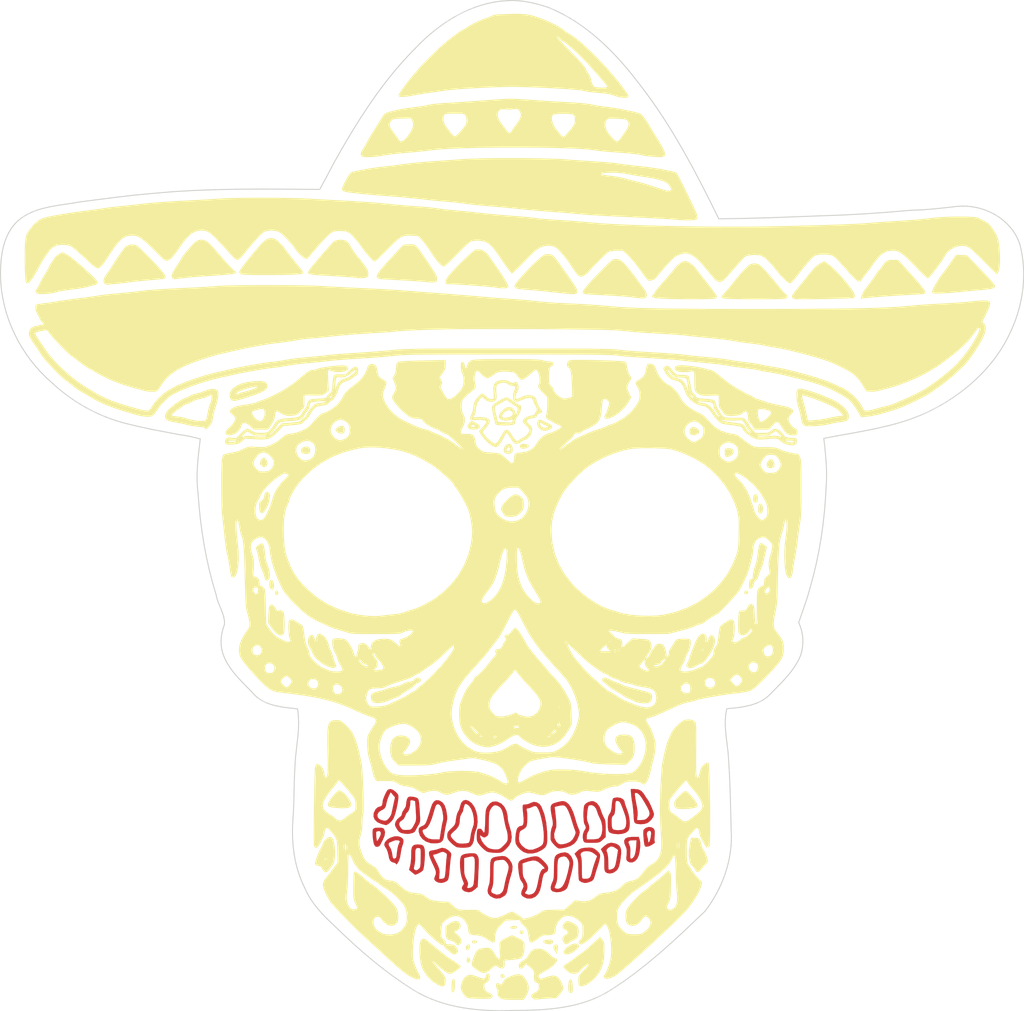
<source format=kicad_pcb>
(kicad_pcb (version 20221018) (generator pcbnew)
  (layers (0 "F.Cu" signal) (31 "B.Cu" signal) (34 "B.Paste" user) (35 "F.Paste" user) (36 "B.SilkS" user "B.Silkscreen") (37 "F.SilkS" user "F.Silkscreen") (38 "B.Mask" user) (39 "F.Mask" user) (44 "Edge.Cuts" user))
  (net 0 "")
  (footprint "LOGO" (layer "F.Cu") (at 58.2362 62.2043)
    (fp_text reference "G***" hide)
    (fp_text value "LOGO" hide)
  )
  (footprint "LOGO" (layer "F.Cu") (at 58.2362 62.2043)
    (fp_text reference "G***" hide)
    (fp_text value "LOGO" hide)
  )
  (footprint "LOGO" (layer "F.Cu") (at 58.2362 62.2043)
    (fp_text reference "G***" hide)
    (fp_text value "LOGO" hide)
  )
  (footprint "LOGO" (layer "F.Cu") (at 58.2362 62.2043)
    (fp_text reference "G***" hide)
    (fp_text value "LOGO" hide)
  )
  (footprint "LOGO" (layer "F.Cu") (at 58.2362 62.2043)
    (fp_text reference "G***" hide)
    (fp_text value "LOGO" hide)
  )
  (footprint "LOGO" (layer "F.Cu") (at 58.2362 62.2043)
    (fp_text reference "G***" hide)
    (fp_text value "LOGO" hide)
    (fp_poly (pts (xy -11.680403 32.949965) (xy -11.518566 33.001841) (xy -11.432979 33.0991) (xy -11.351445 33.395697) (xy -11.402362 33.750606) (xy -11.570581 34.150521) (xy -11.704423 34.411794) (xy -11.811323 34.62459) (xy -11.854287 34.713333) (xy -11.976576 34.82099) (xy -12.121568 34.86563) (xy -12.299784 34.840471) (xy -12.426025 34.687162) (xy -12.442398 34.653964) (xy -12.502102 34.454591) (xy -12.555918 34.147975) (xy -12.59327 33.796142) (xy -12.596277 33.751712) (xy -12.607937 33.474123) (xy -12.252448 33.474123) (xy -12.247687 33.679696) (xy -12.227961 33.920436) (xy -12.198768 34.137494) (xy -12.165608 34.27202) (xy -12.150085 34.29) (xy -12.095335 34.224576) (xy -11.989544 34.060733) (xy -11.946364 33.988827) (xy -11.801129 33.677947) (xy -11.769505 33.443579) (xy -11.850728 33.304536) (xy -11.975337 33.274) (xy -12.155672 33.306724) (xy -12.236745 33.362568) (xy -12.252448 33.474123) (xy -12.607937 33.474123) (xy -12.612019 33.376972) (xy -12.585914 33.139387) (xy -12.493636 33.007688) (xy -12.310856 32.950605) (xy -12.013247 32.93687) (xy -11.962146 32.936629) (xy -11.680403 32.949965)) (stroke (width 0.01)) (fill solid) (layer "F.Cu"))
    (fp_poly (pts (xy 15.482322 32.888006) (xy 15.703929 33.018083) (xy 15.704895 33.019148) (xy 15.786079 33.139178) (xy 15.823673 33.298985) (xy 15.824249 33.546778) (xy 15.808052 33.775881) (xy 15.793478 34.07614) (xy 15.803191 34.295231) (xy 15.835223 34.390182) (xy 15.836214 34.390566) (xy 15.832196 34.444949) (xy 15.719208 34.54489) (xy 15.540633 34.662032) (xy 15.339849 34.76802) (xy 15.160237 34.834494) (xy 15.155333 34.83565) (xy 14.958283 34.849811) (xy 14.847935 34.820009) (xy 14.799563 34.710616) (xy 14.754044 34.47907) (xy 14.715307 34.172547) (xy 14.687279 33.838223) (xy 14.676609 33.587209) (xy 15.017568 33.587209) (xy 15.06851 33.818662) (xy 15.135378 34.07573) (xy 15.155333 34.270111) (xy 15.176694 34.416388) (xy 15.23063 34.421558) (xy 15.301914 34.306958) (xy 15.375324 34.093929) (xy 15.419389 33.899993) (xy 15.46346 33.537207) (xy 15.43092 33.319654) (xy 15.319919 33.240629) (xy 15.239858 33.249504) (xy 15.06978 33.368472) (xy 15.017568 33.587209) (xy 14.676609 33.587209) (xy 14.673891 33.523275) (xy 14.67907 33.274878) (xy 14.706746 33.14021) (xy 14.707902 33.138508) (xy 14.923207 32.955533) (xy 15.201714 32.869594) (xy 15.482322 32.888006)) (stroke (width 0.01)) (fill solid) (layer "F.Cu"))
    (fp_poly (pts (xy 14.31098 34.17001) (xy 14.363447 34.493157) (xy 14.355674 34.917719) (xy 14.291363 35.388313) (xy 14.20556 35.747482) (xy 14.0488 36.083874) (xy 13.82029 36.321631) (xy 13.552355 36.442423) (xy 13.277317 36.427917) (xy 13.134049 36.355148) (xy 13.025686 36.264218) (xy 12.972146 36.155405) (xy 12.962816 35.979224) (xy 12.987084 35.68619) (xy 12.98821 35.675175) (xy 13.007386 35.283452) (xy 12.967403 35.008209) (xy 12.925876 34.904129) (xy 12.769063 34.517151) (xy 12.762492 34.438056) (xy 13.174685 34.438056) (xy 13.251176 34.630297) (xy 13.337546 34.869389) (xy 13.369719 35.17538) (xy 13.362226 35.488199) (xy 13.349825 35.796491) (xy 13.361083 35.972033) (xy 13.403157 36.050599) (xy 13.478224 36.068) (xy 13.612919 35.99869) (xy 13.750846 35.828102) (xy 13.770454 35.792833) (xy 13.853121 35.551483) (xy 13.918887 35.202678) (xy 13.952841 34.8615) (xy 13.991756 34.205333) (xy 13.663378 34.206629) (xy 13.356338 34.227754) (xy 13.198898 34.299288) (xy 13.174685 34.438056) (xy 12.762492 34.438056) (xy 12.745105 34.228805) (xy 12.859917 34.030315) (xy 13.119412 33.912903) (xy 13.529503 33.867789) (xy 13.624767 33.866666) (xy 14.210867 33.866666) (xy 14.31098 34.17001)) (stroke (width 0.01)) (fill solid) (layer "F.Cu"))
    (fp_poly (pts (xy 11.81904 34.520335) (xy 11.976237 34.579165) (xy 12.201143 34.710025) (xy 12.350385 34.896844) (xy 12.428298 35.162124) (xy 12.439216 35.528369) (xy 12.387475 36.018084) (xy 12.325793 36.39379) (xy 12.244259 36.767892) (xy 12.146351 37.025075) (xy 12.010587 37.217674) (xy 11.970414 37.259674) (xy 11.665659 37.473189) (xy 11.331643 37.559069) (xy 11.036497 37.511103) (xy 10.897605 37.436854) (xy 10.809114 37.331853) (xy 10.760886 37.161152) (xy 10.742784 36.889804) (xy 10.74431 36.503853) (xy 10.742661 36.107889) (xy 10.716257 35.827359) (xy 10.656719 35.609158) (xy 10.575981 35.437055) (xy 10.48447 35.267554) (xy 10.957732 35.267554) (xy 11.016012 35.401239) (xy 11.07226 35.587437) (xy 11.115945 35.896636) (xy 11.140964 36.282628) (xy 11.143177 36.364333) (xy 11.151057 36.703031) (xy 11.158827 36.969418) (xy 11.165271 37.124308) (xy 11.167516 37.1475) (xy 11.257659 37.177697) (xy 11.428237 37.145097) (xy 11.610389 37.066806) (xy 11.678686 37.0205) (xy 11.774206 36.90896) (xy 11.851898 36.727303) (xy 11.922319 36.442436) (xy 11.994578 36.030455) (xy 12.127691 35.188577) (xy 11.937472 35.034548) (xy 11.636969 34.852782) (xy 11.374147 34.831567) (xy 11.135255 34.97012) (xy 11.116973 34.987875) (xy 10.980651 35.145205) (xy 10.957732 35.267554) (xy 10.48447 35.267554) (xy 10.395328 35.102443) (xy 10.740052 34.780888) (xy 11.078162 34.539645) (xy 11.426473 34.454647) (xy 11.81904 34.520335)) (stroke (width 0.01)) (fill solid) (layer "F.Cu"))
    (fp_poly (pts (xy -7.741203 34.649242) (xy -7.544368 34.723667) (xy -7.429291 34.881988) (xy -7.364928 35.099088) (xy -7.339117 35.33782) (xy -7.336422 35.679978) (xy -7.35325 36.0775) (xy -7.38601 36.482322) (xy -7.431108 36.846383) (xy -7.484954 37.121621) (xy -7.524413 37.232928) (xy -7.640181 37.345235) (xy -7.848393 37.480168) (xy -8.082907 37.600994) (xy -8.277579 37.670979) (xy -8.323412 37.676666) (xy -8.395718 37.627661) (xy -8.552052 37.503892) (xy -8.636907 37.433859) (xy -8.92775 37.191053) (xy -8.873831 36.980669) (xy -8.451059 36.980669) (xy -8.442371 37.106333) (xy -8.376229 37.174025) (xy -8.23835 37.241398) (xy -8.119169 37.217684) (xy -7.959338 37.101568) (xy -7.877819 37.022487) (xy -7.823297 36.919889) (xy -7.789765 36.760054) (xy -7.771214 36.50926) (xy -7.761636 36.133785) (xy -7.759458 35.979734) (xy -7.755293 35.562972) (xy -7.759277 35.285794) (xy -7.777004 35.118469) (xy -7.814064 35.031268) (xy -7.876052 34.994461) (xy -7.947266 34.981331) (xy -8.126622 34.984469) (xy -8.239992 35.071349) (xy -8.298631 35.26644) (xy -8.313797 35.594215) (xy -8.310141 35.770183) (xy -8.31425 36.138964) (xy -8.344568 36.492584) (xy -8.393674 36.750909) (xy -8.451059 36.980669) (xy -8.873831 36.980669) (xy -8.812995 36.743302) (xy -8.755855 36.42078) (xy -8.719932 36.020767) (xy -8.71288 35.664144) (xy -8.704818 35.222252) (xy -8.646413 34.921964) (xy -8.52256 34.739258) (xy -8.318152 34.65011) (xy -8.062549 34.629963) (xy -7.741203 34.649242)) (stroke (width 0.01)) (fill solid) (layer "F.Cu"))
    (fp_poly (pts (xy -10.001242 33.812206) (xy -9.732463 33.911174) (xy -9.542796 34.070737) (xy -9.483112 34.298817) (xy -9.55009 34.616276) (xy -9.599818 34.745154) (xy -9.67281 34.983042) (xy -9.74051 35.30856) (xy -9.777978 35.567934) (xy -9.837576 35.904549) (xy -9.928718 36.214883) (xy -10.006399 36.3855) (xy -10.145498 36.594097) (xy -10.222175 36.655574) (xy -10.244667 36.582727) (xy -10.317546 36.51168) (xy -10.492771 36.450294) (xy -10.492817 36.450284) (xy -10.706127 36.377152) (xy -10.846476 36.245846) (xy -10.939688 36.018236) (xy -11.005666 35.69315) (xy -11.08044 35.383527) (xy -11.187305 35.110483) (xy -11.256674 34.995513) (xy -11.377991 34.8013) (xy -11.429969 34.638776) (xy -11.43 34.636087) (xy -11.402084 34.548869) (xy -10.997762 34.548869) (xy -10.965303 34.740789) (xy -10.847236 34.931642) (xy -10.746108 35.131012) (xy -10.661436 35.419852) (xy -10.628851 35.606171) (xy -10.588127 35.874927) (xy -10.539018 36.012325) (xy -10.461076 36.055911) (xy -10.386116 36.051841) (xy -10.287689 36.019404) (xy -10.225016 35.931563) (xy -10.18385 35.750802) (xy -10.149946 35.439604) (xy -10.148807 35.426914) (xy -10.101252 35.080395) (xy -10.029588 34.763095) (xy -9.955298 34.557466) (xy -9.86931 34.375376) (xy -9.872755 34.284364) (xy -9.974643 34.226488) (xy -10.008824 34.213336) (xy -10.28394 34.197652) (xy -10.498667 34.264973) (xy -10.72137 34.358724) (xy -10.884646 34.427039) (xy -10.900834 34.433746) (xy -10.997762 34.548869) (xy -11.402084 34.548869) (xy -11.352423 34.393714) (xy -11.141597 34.154844) (xy -10.830386 33.955862) (xy -10.804949 33.94403) (xy -10.377423 33.805723) (xy -10.001242 33.812206)) (stroke (width 0.01)) (fill solid) (layer "F.Cu"))
    (fp_poly (pts (xy 14.172338 29.084323) (xy 14.473687 29.23357) (xy 14.720366 29.515816) (xy 14.78806 29.625706) (xy 14.925945 29.852456) (xy 15.03483 30.012435) (xy 15.073818 30.056666) (xy 15.160226 30.171859) (xy 15.28331 30.400305) (xy 15.422813 30.695779) (xy 15.55848 31.012059) (xy 15.670051 31.302922) (xy 15.737272 31.522144) (xy 15.748 31.595042) (xy 15.679233 31.84035) (xy 15.499987 32.110037) (xy 15.250844 32.351972) (xy 15.064786 32.472707) (xy 14.778192 32.559217) (xy 14.417879 32.588334) (xy 14.070484 32.557062) (xy 13.914871 32.512458) (xy 13.827893 32.461291) (xy 13.770214 32.36902) (xy 13.732773 32.200841) (xy 13.706508 31.921951) (xy 13.690338 31.649991) (xy 13.661131 31.240303) (xy 13.620438 30.839184) (xy 13.575606 30.515603) (xy 13.56117 30.437666) (xy 13.503444 30.094347) (xy 13.45544 29.703646) (xy 13.445848 29.59371) (xy 13.815484 29.59371) (xy 13.843522 29.834331) (xy 13.894683 30.164444) (xy 13.967294 30.555052) (xy 14.020768 30.808841) (xy 14.091309 31.273801) (xy 14.094487 31.697494) (xy 14.087504 31.761341) (xy 14.032851 32.173333) (xy 14.441292 32.173333) (xy 14.736657 32.150117) (xy 14.947337 32.06155) (xy 15.0872 31.945826) (xy 15.252187 31.743456) (xy 15.310084 31.530025) (xy 15.259771 31.269025) (xy 15.100131 30.923945) (xy 15.053266 30.83855) (xy 14.760365 30.326935) (xy 14.526872 29.950415) (xy 14.339465 29.691167) (xy 14.184823 29.531369) (xy 14.049625 29.453197) (xy 14.010061 29.442843) (xy 13.880946 29.425194) (xy 13.821542 29.462662) (xy 13.815484 29.59371) (xy 13.445848 29.59371) (xy 13.440071 29.5275) (xy 13.405735 29.040666) (xy 13.76855 29.040666) (xy 14.172338 29.084323)) (stroke (width 0.01)) (fill solid) (layer "F.Cu"))
    (fp_poly (pts (xy -10.542546 29.126196) (xy -10.267964 29.339103) (xy -10.089098 29.53385) (xy -10.009493 29.6939) (xy -10.001239 29.896364) (xy -10.015148 30.037603) (xy -10.085573 30.50955) (xy -10.187014 31.003241) (xy -10.306462 31.466142) (xy -10.430912 31.845719) (xy -10.505182 32.01677) (xy -10.648073 32.223926) (xy -10.847283 32.429981) (xy -11.055455 32.593654) (xy -11.225228 32.673662) (xy -11.260667 32.675302) (xy -11.360037 32.652028) (xy -11.567857 32.598409) (xy -11.722818 32.557225) (xy -12.123563 32.382902) (xy -12.390552 32.125077) (xy -12.515258 31.807231) (xy -12.499892 31.598617) (xy -12.115349 31.598617) (xy -12.10793 31.835015) (xy -11.971653 32.040762) (xy -11.733342 32.166945) (xy -11.439214 32.235086) (xy -11.239759 32.220745) (xy -11.075079 32.11059) (xy -10.971835 31.997474) (xy -10.818009 31.781631) (xy -10.719459 31.583059) (xy -10.710871 31.552974) (xy -10.674462 31.388972) (xy -10.613222 31.109611) (xy -10.538128 30.765036) (xy -10.507643 30.624663) (xy -10.346161 29.880327) (xy -10.782849 29.361353) (xy -10.967496 29.730176) (xy -11.097112 30.047998) (xy -11.193673 30.387747) (xy -11.210119 30.475799) (xy -11.28215 30.794158) (xy -11.404027 30.998519) (xy -11.616158 31.143952) (xy -11.742097 31.200796) (xy -11.99353 31.3733) (xy -12.115349 31.598617) (xy -12.499892 31.598617) (xy -12.489154 31.452843) (xy -12.303713 31.085391) (xy -12.272362 31.04409) (xy -12.085695 30.880911) (xy -11.89858 30.818666) (xy -11.71575 30.760005) (xy -11.619884 30.573898) (xy -11.599334 30.340832) (xy -11.563439 30.155444) (xy -11.471634 29.889317) (xy -11.347742 29.596618) (xy -11.215584 29.331514) (xy -11.098981 29.148173) (xy -11.056047 29.105463) (xy -10.818521 29.04036) (xy -10.542546 29.126196)) (stroke (width 0.01)) (fill solid) (layer "F.Cu"))
    (fp_poly (pts (xy -2.38672 35.524863) (xy -2.216529 35.558782) (xy -2.109112 35.641108) (xy -2.023321 35.771666) (xy -1.969457 35.880687) (xy -1.933115 36.0093) (xy -1.913002 36.185671) (xy -1.907825 36.43797) (xy -1.916289 36.794362) (xy -1.937101 37.283017) (xy -1.945684 37.462179) (xy -2.015509 38.898693) (xy -2.318845 39.176679) (xy -2.61711 39.38463) (xy -2.923966 39.445653) (xy -3.288397 39.368604) (xy -3.319291 39.357552) (xy -3.535165 39.214462) (xy -3.611403 39.017108) (xy -3.535541 38.804427) (xy -3.507286 38.770282) (xy -3.424778 38.663574) (xy -3.40658 38.557384) (xy -3.45582 38.395968) (xy -3.539014 38.20485) (xy -3.656415 37.842357) (xy -3.743612 37.376502) (xy -3.793356 36.871693) (xy -3.7984 36.392337) (xy -3.773597 36.120364) (xy -3.746554 36.000222) (xy -3.386667 36.000222) (xy -3.386667 36.840003) (xy -3.381598 37.247633) (xy -3.360318 37.537308) (xy -3.313722 37.760253) (xy -3.232704 37.967698) (xy -3.1605 38.112319) (xy -3.032447 38.380009) (xy -2.984448 38.564656) (xy -3.004727 38.725489) (xy -3.026146 38.788094) (xy -3.077688 38.957296) (xy -3.037124 39.021723) (xy -2.913646 39.031333) (xy -2.696387 38.972554) (xy -2.550762 38.872761) (xy -2.488418 38.789436) (xy -2.44105 38.663803) (xy -2.404658 38.468872) (xy -2.37524 38.177654) (xy -2.348793 37.763161) (xy -2.329768 37.382279) (xy -2.305867 36.816604) (xy -2.300331 36.400271) (xy -2.321455 36.11359) (xy -2.377533 35.936868) (xy -2.47686 35.850416) (xy -2.627731 35.834542) (xy -2.838439 35.869554) (xy -2.955512 35.89679) (xy -3.386667 36.000222) (xy -3.746554 36.000222) (xy -3.717399 35.870701) (xy -3.6177 35.727345) (xy -3.446278 35.633117) (xy -3.207669 35.569372) (xy -2.886643 35.527746) (xy -2.672892 35.518623) (xy -2.38672 35.524863)) (stroke (width 0.01)) (fill solid) (layer "F.Cu"))
    (fp_poly (pts (xy 9.497326 34.962914) (xy 9.724992 35.053063) (xy 9.954918 35.224051) (xy 10.033347 35.293982) (xy 10.220677 35.480803) (xy 10.304275 35.633325) (xy 10.313833 35.821516) (xy 10.302796 35.928982) (xy 10.250726 36.206534) (xy 10.161024 36.551604) (xy 10.087052 36.787666) (xy 9.965075 37.161723) (xy 9.842625 37.563887) (xy 9.783068 37.773167) (xy 9.696944 38.050968) (xy 9.603673 38.215735) (xy 9.462617 38.320423) (xy 9.311967 38.387001) (xy 8.997319 38.491173) (xy 8.750144 38.507412) (xy 8.495541 38.439458) (xy 8.469056 38.429082) (xy 8.286515 38.32931) (xy 8.195186 38.243949) (xy 8.169158 38.122295) (xy 8.147903 37.869977) (xy 8.133826 37.525647) (xy 8.129296 37.18544) (xy 8.124678 36.74983) (xy 8.108128 36.442261) (xy 8.073517 36.221542) (xy 8.014716 36.046482) (xy 7.9375 35.896448) (xy 7.775935 35.61479) (xy 8.343097 35.61479) (xy 8.384677 35.818981) (xy 8.386149 35.821752) (xy 8.436298 36.012553) (xy 8.468069 36.3519) (xy 8.479863 36.819841) (xy 8.479263 36.982631) (xy 8.479389 37.37424) (xy 8.486691 37.703725) (xy 8.499879 37.934118) (xy 8.515696 38.026168) (xy 8.634346 38.08321) (xy 8.844936 38.09695) (xy 9.075986 38.068447) (xy 9.228175 38.015596) (xy 9.354756 37.862106) (xy 9.461175 37.556245) (xy 9.486644 37.444096) (xy 9.572344 37.098963) (xy 9.693175 36.69454) (xy 9.800772 36.380298) (xy 10.014141 35.803596) (xy 9.727237 35.558239) (xy 9.464628 35.396604) (xy 9.171438 35.311911) (xy 8.880177 35.297771) (xy 8.623359 35.347797) (xy 8.433495 35.455599) (xy 8.343097 35.61479) (xy 7.775935 35.61479) (xy 7.747 35.564349) (xy 8.020519 35.290283) (xy 8.207763 35.128304) (xy 8.405058 35.0339) (xy 8.678733 34.980165) (xy 8.824852 34.963991) (xy 9.215939 34.938319) (xy 9.497326 34.962914)) (stroke (width 0.01)) (fill solid) (layer "F.Cu"))
    (fp_poly (pts (xy 0.727515 35.81823) (xy 0.942276 35.927473) (xy 1.157975 36.138194) (xy 1.214505 36.204155) (xy 1.412575 36.512185) (xy 1.497158 36.850609) (xy 1.470727 37.252979) (xy 1.335758 37.752841) (xy 1.329988 37.769899) (xy 1.204513 38.185849) (xy 1.08897 38.647766) (xy 1.016252 39.011917) (xy 0.953193 39.346501) (xy 0.883077 39.563185) (xy 0.782856 39.712647) (xy 0.64115 39.836715) (xy 0.253168 40.045784) (xy -0.141908 40.085903) (xy -0.399709 40.022875) (xy -0.759464 39.830889) (xy -0.965164 39.577913) (xy -0.997798 39.387087) (xy -0.659921 39.387087) (xy -0.58056 39.492556) (xy -0.4445 39.575572) (xy -0.116186 39.692721) (xy 0.169248 39.653695) (xy 0.374335 39.518166) (xy 0.514782 39.34571) (xy 0.611517 39.095802) (xy 0.675629 38.777333) (xy 0.749048 38.404935) (xy 0.8558 37.971044) (xy 0.964955 37.595135) (xy 1.076979 37.19223) (xy 1.107725 36.894559) (xy 1.051882 36.656018) (xy 0.904141 36.430504) (xy 0.81986 36.335479) (xy 0.681659 36.215205) (xy 0.526597 36.170128) (xy 0.286526 36.183434) (xy 0.231802 36.190366) (xy -0.023141 36.223826) (xy -0.201742 36.263973) (xy -0.317537 36.337989) (xy -0.38406 36.473053) (xy -0.414844 36.696345) (xy -0.423424 37.035046) (xy -0.423334 37.506051) (xy -0.430398 38.066631) (xy -0.45302 38.483192) (xy -0.493339 38.780517) (xy -0.550334 38.97594) (xy -0.646831 39.23196) (xy -0.659921 39.387087) (xy -0.997798 39.387087) (xy -1.020504 39.254318) (xy -0.929179 38.850477) (xy -0.889 38.748059) (xy -0.828468 38.535097) (xy -0.788597 38.222578) (xy -0.76723 37.786075) (xy -0.762 37.311508) (xy -0.758741 36.805153) (xy -0.738762 36.441341) (xy -0.686759 36.193291) (xy -0.587429 36.034218) (xy -0.425468 35.937338) (xy -0.185574 35.87587) (xy 0.082977 35.832661) (xy 0.459235 35.792586) (xy 0.727515 35.81823)) (stroke (width 0.01)) (fill solid) (layer "F.Cu"))
    (fp_poly (pts (xy 7.109197 35.520602) (xy 7.366263 35.778532) (xy 7.43787 35.893999) (xy 7.547082 36.129194) (xy 7.60123 36.373228) (xy 7.599703 36.662604) (xy 7.541893 37.033827) (xy 7.42719 37.523399) (xy 7.40953 37.592) (xy 7.271777 38.120704) (xy 7.165727 38.510465) (xy 7.080613 38.786261) (xy 7.005671 38.97307) (xy 6.930133 39.095871) (xy 6.843236 39.179641) (xy 6.734213 39.24936) (xy 6.682622 39.278556) (xy 6.313976 39.412346) (xy 5.91279 39.442734) (xy 5.554528 39.36498) (xy 5.5245 39.351331) (xy 5.371131 39.192201) (xy 5.347506 38.996211) (xy 5.733902 38.996211) (xy 5.785013 39.045716) (xy 5.827203 39.058863) (xy 6.010036 39.099409) (xy 6.144677 39.088049) (xy 6.306664 39.031714) (xy 6.509203 38.870762) (xy 6.705178 38.549242) (xy 6.890642 38.075898) (xy 7.061647 37.459475) (xy 7.10733 37.258147) (xy 7.186089 36.886248) (xy 7.22851 36.636806) (xy 7.235287 36.467041) (xy 7.207115 36.334175) (xy 7.144687 36.195431) (xy 7.125189 36.15748) (xy 6.936523 35.912124) (xy 6.695612 35.823136) (xy 6.385004 35.884688) (xy 6.350023 35.898657) (xy 6.221118 35.965955) (xy 6.129837 36.062079) (xy 6.069673 36.214626) (xy 6.034118 36.451191) (xy 6.016666 36.799371) (xy 6.010809 37.286763) (xy 6.010629 37.338) (xy 6.00269 37.811915) (xy 5.978935 38.157563) (xy 5.934333 38.415669) (xy 5.863854 38.626954) (xy 5.84651 38.666518) (xy 5.753665 38.884768) (xy 5.733902 38.996211) (xy 5.347506 38.996211) (xy 5.339983 38.933804) (xy 5.431483 38.594513) (xy 5.503333 38.438666) (xy 5.576031 38.271378) (xy 5.624917 38.082336) (xy 5.654388 37.834646) (xy 5.668839 37.491412) (xy 5.672666 37.017464) (xy 5.678634 36.511275) (xy 5.705737 36.145291) (xy 5.767772 35.890542) (xy 5.878538 35.71806) (xy 6.051833 35.598876) (xy 6.301456 35.50402) (xy 6.409115 35.471294) (xy 6.794577 35.420009) (xy 7.109197 35.520602)) (stroke (width 0.01)) (fill solid) (layer "F.Cu"))
    (fp_poly (pts (xy -5.919314 30.186613) (xy -5.800224 30.235784) (xy -5.539412 30.416891) (xy -5.350084 30.684499) (xy -5.214986 31.069226) (xy -5.148982 31.391244) (xy -5.097425 31.754725) (xy -5.090326 32.034493) (xy -5.130173 32.310887) (xy -5.18439 32.534244) (xy -5.273946 32.929144) (xy -5.351277 33.363791) (xy -5.382621 33.596295) (xy -5.451515 34.002902) (xy -5.566438 34.269669) (xy -5.750813 34.424574) (xy -6.028064 34.495596) (xy -6.143716 34.505381) (xy -6.438509 34.512035) (xy -6.695931 34.500629) (xy -6.773334 34.490531) (xy -7.218141 34.33968) (xy -7.580726 34.081738) (xy -7.83459 33.744414) (xy -7.953236 33.355418) (xy -7.954878 33.323851) (xy -7.572993 33.323851) (xy -7.498152 33.518037) (xy -7.280634 33.833107) (xy -7.000918 34.024211) (xy -6.623335 34.110657) (xy -6.384752 34.120666) (xy -5.849674 34.120666) (xy -5.806988 33.8455) (xy -5.720703 33.296303) (xy -5.653836 32.889458) (xy -5.601733 32.599701) (xy -5.559744 32.401769) (xy -5.523217 32.270401) (xy -5.510219 32.233775) (xy -5.481145 32.018723) (xy -5.498334 31.704549) (xy -5.552818 31.352203) (xy -5.635629 31.022637) (xy -5.719807 30.809372) (xy -5.867307 30.624918) (xy -6.015323 30.564666) (xy -6.127502 30.592127) (xy -6.219233 30.694235) (xy -6.307135 30.900582) (xy -6.407829 31.240758) (xy -6.419524 31.284333) (xy -6.62852 31.979496) (xy -6.840301 32.509181) (xy -7.054292 32.872335) (xy -7.269919 33.067905) (xy -7.412717 33.104666) (xy -7.555064 33.161426) (xy -7.572993 33.323851) (xy -7.954878 33.323851) (xy -7.958667 33.251032) (xy -7.943667 33.036892) (xy -7.86879 32.91066) (xy -7.689219 32.809709) (xy -7.622233 32.780879) (xy -7.447325 32.695698) (xy -7.325072 32.59045) (xy -7.225683 32.423418) (xy -7.119368 32.152889) (xy -7.06742 32.004) (xy -6.948312 31.64707) (xy -6.839904 31.303974) (xy -6.764313 31.044867) (xy -6.760467 31.030333) (xy -6.606322 30.580682) (xy -6.418552 30.293326) (xy -6.191452 30.163543) (xy -5.919314 30.186613)) (stroke (width 0.01)) (fill solid) (layer "F.Cu"))
    (fp_poly (pts (xy 12.397362 29.93887) (xy 12.642673 30.076525) (xy 12.773138 30.274865) (xy 12.784666 30.360062) (xy 12.814832 30.498573) (xy 12.894813 30.74547) (xy 13.008831 31.053023) (xy 13.038666 31.128459) (xy 13.186268 31.589132) (xy 13.276778 32.067726) (xy 13.308199 32.523832) (xy 13.278532 32.917043) (xy 13.185779 33.206952) (xy 13.1445 33.268798) (xy 12.903837 33.445991) (xy 12.548729 33.556412) (xy 12.122977 33.593558) (xy 11.670381 33.550922) (xy 11.501681 33.512773) (xy 11.325874 33.450824) (xy 11.208961 33.355284) (xy 11.139093 33.194435) (xy 11.104418 32.936562) (xy 11.093087 32.549948) (xy 11.092584 32.438524) (xy 11.478998 32.438524) (xy 11.494027 32.795995) (xy 11.549424 33.017064) (xy 11.675295 33.134349) (xy 11.901752 33.18047) (xy 12.170833 33.188036) (xy 12.48897 33.166778) (xy 12.697107 33.090759) (xy 12.784666 33.02) (xy 12.906872 32.822556) (xy 12.952684 32.527311) (xy 12.954 32.447941) (xy 12.948188 32.228088) (xy 12.92404 32.025526) (xy 12.871485 31.801306) (xy 12.780452 31.516475) (xy 12.64087 31.132084) (xy 12.554639 30.903333) (xy 12.42484 30.579508) (xy 12.322599 30.383929) (xy 12.224653 30.283311) (xy 12.107743 30.244372) (xy 12.092759 30.242428) (xy 11.983678 30.235723) (xy 11.916272 30.268977) (xy 11.878025 30.375101) (xy 11.856422 30.587008) (xy 11.840376 30.906129) (xy 11.816964 31.267202) (xy 11.780167 31.498352) (xy 11.720317 31.63895) (xy 11.640696 31.719184) (xy 11.549793 31.812708) (xy 11.499485 31.954874) (xy 11.479815 32.189978) (xy 11.478998 32.438524) (xy 11.092584 32.438524) (xy 11.092489 32.417584) (xy 11.100691 32.05863) (xy 11.133774 31.817951) (xy 11.202111 31.645114) (xy 11.272487 31.542535) (xy 11.387313 31.33788) (xy 11.458876 31.050525) (xy 11.494921 30.705617) (xy 11.526598 30.39047) (xy 11.570776 30.136445) (xy 11.618166 29.996259) (xy 11.620467 29.993166) (xy 11.751638 29.927952) (xy 11.980133 29.890695) (xy 12.075366 29.887333) (xy 12.397362 29.93887)) (stroke (width 0.01)) (fill solid) (layer "F.Cu"))
    (fp_poly (pts (xy -5.262272 35.033147) (xy -4.948574 35.236577) (xy -4.761558 35.418921) (xy -4.684752 35.563973) (xy -4.689649 35.731553) (xy -4.69638 35.765743) (xy -4.725915 35.956932) (xy -4.762883 36.269055) (xy -4.80195 36.654197) (xy -4.828987 36.957) (xy -4.872496 37.452061) (xy -4.912494 37.806087) (xy -4.957903 38.046917) (xy -5.017643 38.202392) (xy -5.100634 38.300351) (xy -5.215797 38.368637) (xy -5.291961 38.401912) (xy -5.517801 38.484679) (xy -5.701051 38.505472) (xy -5.938087 38.473074) (xy -5.981325 38.464739) (xy -6.184734 38.373495) (xy -6.300015 38.277789) (xy -6.381917 38.163564) (xy -6.387809 38.041165) (xy -6.318431 37.842693) (xy -6.305123 37.810637) (xy -6.243756 37.646159) (xy -6.218893 37.498424) (xy -6.238413 37.333161) (xy -6.310193 37.1161) (xy -6.44211 36.812967) (xy -6.62226 36.430909) (xy -6.796221 36.030477) (xy -6.901439 35.708724) (xy -6.902127 35.703174) (xy -6.504347 35.703174) (xy -6.475274 35.818704) (xy -6.382692 36.027403) (xy -6.219364 36.356728) (xy -6.204846 36.3855) (xy -6.030067 36.741542) (xy -5.923063 36.998123) (xy -5.870454 37.204401) (xy -5.858861 37.409534) (xy -5.870724 37.613166) (xy -5.91061 38.1) (xy -5.667617 38.1) (xy -5.447878 38.047826) (xy -5.348392 37.951833) (xy -5.312758 37.809619) (xy -5.275588 37.539962) (xy -5.241816 37.184628) (xy -5.220867 36.872333) (xy -5.195148 36.474163) (xy -5.165616 36.12406) (xy -5.136357 35.865745) (xy -5.11659 35.756913) (xy -5.113988 35.605282) (xy -5.234455 35.487458) (xy -5.307098 35.446911) (xy -5.478339 35.37488) (xy -5.628455 35.376271) (xy -5.834406 35.45547) (xy -5.886796 35.479958) (xy -6.13786 35.580498) (xy -6.353938 35.637321) (xy -6.400927 35.641793) (xy -6.477152 35.653356) (xy -6.504347 35.703174) (xy -6.902127 35.703174) (xy -6.927401 35.49937) (xy -6.891428 35.350502) (xy -6.795717 35.270839) (xy -6.591507 35.226695) (xy -6.519334 35.217448) (xy -6.240349 35.166044) (xy -6.005387 35.09365) (xy -5.9534 35.069282) (xy -5.610643 34.967754) (xy -5.262272 35.033147)) (stroke (width 0.01)) (fill solid) (layer "F.Cu"))
    (fp_poly (pts (xy 9.657252 30.27) (xy 9.995857 30.464229) (xy 10.251029 30.802658) (xy 10.379986 31.131087) (xy 10.492172 31.458741) (xy 10.62669 31.772866) (xy 10.69811 31.908699) (xy 10.785917 32.08486) (xy 10.840547 32.281883) (xy 10.869216 32.545047) (xy 10.879139 32.919629) (xy 10.879541 33.047288) (xy 10.879666 33.87891) (xy 10.56341 34.169121) (xy 10.406741 34.306634) (xy 10.271428 34.391965) (xy 10.111082 34.437558) (xy 9.879315 34.455862) (xy 9.529738 34.459324) (xy 9.481814 34.459333) (xy 9.119184 34.457384) (xy 8.889489 34.444929) (xy 8.756332 34.412058) (xy 8.683314 34.34886) (xy 8.634039 34.245425) (xy 8.626704 34.2265) (xy 8.572342 33.93563) (xy 8.581283 33.792366) (xy 8.974666 33.792366) (xy 8.974666 34.120666) (xy 9.488232 34.120666) (xy 9.79446 34.105926) (xy 10.052154 34.06783) (xy 10.172733 34.029185) (xy 10.366988 33.835892) (xy 10.491921 33.526506) (xy 10.545418 33.140356) (xy 10.525363 32.716774) (xy 10.429643 32.295089) (xy 10.283902 31.961666) (xy 10.1497 31.686005) (xy 10.051419 31.4157) (xy 10.035446 31.351809) (xy 9.913722 31.021763) (xy 9.722263 30.78417) (xy 9.491137 30.661248) (xy 9.250414 30.675215) (xy 9.172807 30.714404) (xy 9.120078 30.82299) (xy 9.067275 31.055853) (xy 9.023872 31.368208) (xy 9.014972 31.460615) (xy 8.990343 31.841523) (xy 8.998704 32.10508) (xy 9.044077 32.30077) (xy 9.091998 32.408636) (xy 9.194853 32.702128) (xy 9.223236 33.002267) (xy 9.176546 33.250117) (xy 9.101666 33.358666) (xy 9.0144 33.515655) (xy 8.975095 33.763167) (xy 8.974666 33.792366) (xy 8.581283 33.792366) (xy 8.592841 33.607195) (xy 8.678544 33.318173) (xy 8.755824 33.197261) (xy 8.878539 32.975738) (xy 8.837422 32.746473) (xy 8.765692 32.634015) (xy 8.703393 32.462559) (xy 8.661181 32.171333) (xy 8.639553 31.808763) (xy 8.639001 31.423275) (xy 8.66002 31.063295) (xy 8.703105 30.777249) (xy 8.745433 30.649333) (xy 8.907662 30.477436) (xy 9.165756 30.337647) (xy 9.446253 30.260529) (xy 9.657252 30.27)) (stroke (width 0.01)) (fill solid) (layer "F.Cu"))
    (fp_poly (pts (xy 6.680913 30.271736) (xy 6.837398 30.329361) (xy 6.896665 30.356934) (xy 7.14716 30.557775) (xy 7.388966 30.9091) (xy 7.611901 31.392065) (xy 7.805782 31.987826) (xy 7.832479 32.088666) (xy 7.935552 32.444488) (xy 8.055711 32.795405) (xy 8.1405 33.004785) (xy 8.235104 33.232276) (xy 8.263607 33.40294) (xy 8.22878 33.59654) (xy 8.167748 33.789783) (xy 7.98129 34.213673) (xy 7.725401 34.532486) (xy 7.374482 34.764572) (xy 6.90293 34.928283) (xy 6.455558 35.017099) (xy 6.251055 35.040294) (xy 6.101204 35.015257) (xy 5.951258 34.918039) (xy 5.746468 34.724688) (xy 5.714724 34.693005) (xy 5.45872 34.3987) (xy 5.338947 34.158154) (xy 5.325796 34.068307) (xy 5.333672 33.573005) (xy 5.681848 33.573005) (xy 5.71522 33.985267) (xy 5.894382 34.337982) (xy 6.075457 34.527464) (xy 6.278172 34.616583) (xy 6.546793 34.614024) (xy 6.900333 34.535412) (xy 7.279729 34.37393) (xy 7.560944 34.107506) (xy 7.749459 33.776545) (xy 7.840214 33.537587) (xy 7.847992 33.364041) (xy 7.794173 33.209693) (xy 7.721068 33.020413) (xy 7.621267 32.723725) (xy 7.513301 32.375402) (xy 7.484887 32.278817) (xy 7.290295 31.672947) (xy 7.099695 31.204512) (xy 6.917973 30.883931) (xy 6.755694 30.724559) (xy 6.563396 30.680475) (xy 6.270229 30.714258) (xy 6.164021 30.737993) (xy 5.738147 30.840158) (xy 5.793123 31.316246) (xy 5.854405 31.866195) (xy 5.893133 32.276909) (xy 5.909565 32.576942) (xy 5.903958 32.794846) (xy 5.876567 32.959178) (xy 5.82765 33.09849) (xy 5.809504 33.138227) (xy 5.681848 33.573005) (xy 5.333672 33.573005) (xy 5.334907 33.495371) (xy 5.407392 33.062461) (xy 5.477341 32.872756) (xy 5.545936 32.68963) (xy 5.564187 32.499612) (xy 5.534036 32.239959) (xy 5.502204 32.068422) (xy 5.401368 31.535338) (xy 5.34435 31.141986) (xy 5.33872 30.86269) (xy 5.392051 30.671772) (xy 5.511913 30.543557) (xy 5.705878 30.452369) (xy 5.981518 30.372529) (xy 6.003997 30.36672) (xy 6.31923 30.289812) (xy 6.52653 30.258352) (xy 6.680913 30.271736)) (stroke (width 0.01)) (fill solid) (layer "F.Cu"))
    (fp_poly (pts (xy 3.969473 35.8342) (xy 4.180784 35.917114) (xy 4.395185 36.080092) (xy 4.608811 36.285188) (xy 4.859099 36.54925) (xy 5.004079 36.745725) (xy 5.068881 36.915009) (xy 5.08 37.042568) (xy 5.046869 37.267123) (xy 4.919927 37.402595) (xy 4.852049 37.439213) (xy 4.737412 37.508495) (xy 4.650831 37.608214) (xy 4.581211 37.768589) (xy 4.517452 38.019841) (xy 4.448459 38.39219) (xy 4.404526 38.657909) (xy 4.274985 39.209274) (xy 4.082362 39.614649) (xy 3.814709 39.889473) (xy 3.460079 40.049183) (xy 3.302 40.082585) (xy 2.967053 40.071136) (xy 2.688166 39.959825) (xy 2.473374 39.817056) (xy 2.382417 39.666233) (xy 2.370666 39.553492) (xy 2.415408 39.313526) (xy 2.494973 39.153348) (xy 2.611702 38.880555) (xy 2.560032 38.592847) (xy 2.416688 38.373824) (xy 2.30347 38.203573) (xy 2.219833 37.978852) (xy 2.152966 37.657091) (xy 2.109497 37.353037) (xy 2.061748 36.901717) (xy 2.067756 36.583078) (xy 2.085548 36.534434) (xy 2.497666 36.534434) (xy 2.507885 37.191035) (xy 2.521264 37.547977) (xy 2.557879 37.795097) (xy 2.632594 37.991701) (xy 2.759961 38.196635) (xy 2.941771 38.556175) (xy 3.002406 38.910933) (xy 2.938699 39.219891) (xy 2.849392 39.355569) (xy 2.747417 39.483321) (xy 2.76331 39.556001) (xy 2.851316 39.613757) (xy 3.12852 39.700838) (xy 3.437586 39.641153) (xy 3.505602 39.612268) (xy 3.681355 39.485046) (xy 3.824674 39.265998) (xy 3.945405 38.932163) (xy 4.053393 38.460582) (xy 4.092681 38.243143) (xy 4.208651 37.70382) (xy 4.343079 37.331691) (xy 4.495765 37.127195) (xy 4.616285 37.084) (xy 4.712965 37.068522) (xy 4.71956 37.008136) (xy 4.624606 36.881915) (xy 4.416641 36.668931) (xy 4.357083 36.610781) (xy 4.081337 36.380984) (xy 3.815228 36.261494) (xy 3.513849 36.245492) (xy 3.132296 36.326157) (xy 2.921 36.392672) (xy 2.497666 36.534434) (xy 2.085548 36.534434) (xy 2.147971 36.363775) (xy 2.322838 36.210464) (xy 2.612806 36.089802) (xy 2.94292 35.99396) (xy 3.391656 35.87981) (xy 3.720135 35.824161) (xy 3.969473 35.8342)) (stroke (width 0.01)) (fill solid) (layer "F.Cu"))
    (fp_poly (pts (xy -8.47622 29.832887) (xy -8.230589 29.893772) (xy -8.127335 29.935443) (xy -8.049419 29.994185) (xy -7.991411 30.093715) (xy -7.947882 30.257748) (xy -7.913403 30.510002) (xy -7.882546 30.874193) (xy -7.849881 31.374038) (xy -7.834747 31.623) (xy -7.816667 32.000489) (xy -7.821024 32.254626) (xy -7.853472 32.430555) (xy -7.919666 32.573423) (xy -7.962 32.639) (xy -8.121473 32.902889) (xy -8.253042 33.165153) (xy -8.347778 33.331683) (xy -8.485218 33.438526) (xy -8.710945 33.510491) (xy -8.974667 33.557914) (xy -9.135667 33.558844) (xy -9.379773 33.536835) (xy -9.454173 33.52693) (xy -9.739741 33.465617) (xy -9.938306 33.354113) (xy -10.105774 33.151038) (xy -10.218325 32.96132) (xy -10.326966 32.742418) (xy -10.35096 32.58136) (xy -10.34693 32.567022) (xy -9.939426 32.567022) (xy -9.858617 32.809851) (xy -9.846973 32.828637) (xy -9.698868 33.035638) (xy -9.553398 33.141705) (xy -9.34924 33.175144) (xy -9.109632 33.169009) (xy -8.879022 33.150162) (xy -8.731254 33.099986) (xy -8.616648 32.982156) (xy -8.485526 32.760346) (xy -8.442691 32.681333) (xy -8.334987 32.476041) (xy -8.265485 32.308211) (xy -8.228412 32.135067) (xy -8.217996 31.913834) (xy -8.228466 31.601738) (xy -8.248796 31.244486) (xy -8.272924 30.859891) (xy -8.295168 30.544245) (xy -8.312955 30.331711) (xy -8.323243 30.256534) (xy -8.407871 30.226204) (xy -8.572674 30.18137) (xy -8.730203 30.155975) (xy -8.793741 30.21704) (xy -8.805803 30.405769) (xy -8.805806 30.407321) (xy -8.832657 30.720826) (xy -8.901601 31.022014) (xy -8.99673 31.259221) (xy -9.102137 31.380782) (xy -9.10602 31.382385) (xy -9.204906 31.488446) (xy -9.296234 31.691899) (xy -9.311726 31.74403) (xy -9.451205 32.033086) (xy -9.615535 32.176473) (xy -9.859817 32.359892) (xy -9.939426 32.567022) (xy -10.34693 32.567022) (xy -10.298379 32.394294) (xy -10.27788 32.342666) (xy -10.126762 32.100507) (xy -9.921503 31.912032) (xy -9.904923 31.902104) (xy -9.70356 31.727827) (xy -9.652 31.546633) (xy -9.595624 31.342631) (xy -9.458112 31.126925) (xy -9.440334 31.106998) (xy -9.264364 30.815354) (xy -9.228667 30.60727) (xy -9.198639 30.321859) (xy -9.135718 30.0693) (xy -9.041877 29.881092) (xy -8.897389 29.81015) (xy -8.767352 29.802666) (xy -8.47622 29.832887)) (stroke (width 0.01)) (fill solid) (layer "F.Cu"))
    (fp_poly (pts (xy -2.930184 30.225831) (xy -2.623579 30.461166) (xy -2.350954 30.839131) (xy -2.15555 31.323701) (xy -2.044745 31.867226) (xy -2.025912 32.422053) (xy -2.106428 32.940532) (xy -2.199474 33.201254) (xy -2.304456 33.502267) (xy -2.363931 33.807481) (xy -2.368808 33.890552) (xy -2.418087 34.274049) (xy -2.547282 34.600515) (xy -2.735344 34.825399) (xy -2.83775 34.883205) (xy -3.080221 34.93405) (xy -3.415907 34.955876) (xy -3.771077 34.947988) (xy -4.071999 34.90969) (xy -4.129727 34.895393) (xy -4.29169 34.807795) (xy -4.514562 34.636977) (xy -4.701227 34.46677) (xy -4.916774 34.238513) (xy -5.031395 34.059652) (xy -5.07519 33.872316) (xy -5.079488 33.752776) (xy -4.741334 33.752776) (xy -4.683352 33.88572) (xy -4.534217 34.078463) (xy -4.399102 34.218442) (xy -4.197889 34.398073) (xy -4.030861 34.495611) (xy -3.830828 34.535954) (xy -3.530601 34.543997) (xy -3.520469 34.544) (xy -3.142359 34.522216) (xy -2.923344 34.457322) (xy -2.886107 34.425964) (xy -2.822178 34.278102) (xy -2.765491 34.028522) (xy -2.741673 33.854464) (xy -2.679688 33.495692) (xy -2.576276 33.109333) (xy -2.522238 32.954375) (xy -2.419193 32.633142) (xy -2.385056 32.335679) (xy -2.407144 31.980708) (xy -2.50216 31.481833) (xy -2.661337 31.060141) (xy -2.869285 30.74858) (xy -3.049012 30.606477) (xy -3.214553 30.533277) (xy -3.301403 30.565219) (xy -3.372324 30.729299) (xy -3.379007 30.74842) (xy -3.444278 30.978433) (xy -3.471334 31.158549) (xy -3.521361 31.324998) (xy -3.640667 31.519103) (xy -3.765212 31.769591) (xy -3.81 32.027937) (xy -3.847244 32.489652) (xy -3.967291 32.833922) (xy -4.170983 33.086966) (xy -4.443034 33.335734) (xy -4.611861 33.501191) (xy -4.701647 33.611567) (xy -4.736575 33.695093) (xy -4.741334 33.752776) (xy -5.079488 33.752776) (xy -5.08 33.738548) (xy -5.065669 33.529523) (xy -5.002772 33.364482) (xy -4.861452 33.190069) (xy -4.670436 33.006615) (xy -4.445948 32.789021) (xy -4.316718 32.613584) (xy -4.248769 32.413041) (xy -4.208126 32.120132) (xy -4.204325 32.083837) (xy -4.145698 31.733393) (xy -4.056638 31.446192) (xy -3.992844 31.326666) (xy -3.874345 31.097202) (xy -3.79071 30.817902) (xy -3.785241 30.786998) (xy -3.670519 30.425441) (xy -3.477404 30.207926) (xy -3.224444 30.139655) (xy -2.930184 30.225831)) (stroke (width 0.01)) (fill solid) (layer "F.Cu"))
    (fp_poly (pts (xy 3.928633 30.379057) (xy 4.20631 30.550809) (xy 4.393143 30.800903) (xy 4.695787 31.560353) (xy 4.890113 32.438618) (xy 4.971343 33.282177) (xy 4.993338 33.829913) (xy 4.992891 34.238718) (xy 4.961775 34.538396) (xy 4.891765 34.758752) (xy 4.774633 34.929591) (xy 4.602152 35.080715) (xy 4.444636 35.190363) (xy 3.973477 35.42694) (xy 3.47998 35.541217) (xy 3.005946 35.528506) (xy 2.613748 35.395652) (xy 2.293261 35.16771) (xy 2.019588 34.877986) (xy 1.840054 34.579883) (xy 1.809301 34.487856) (xy 1.77991 34.22286) (xy 1.783914 34.077667) (xy 2.135003 34.077667) (xy 2.195107 34.377596) (xy 2.357353 34.645008) (xy 2.443678 34.744811) (xy 2.786495 35.033406) (xy 3.15263 35.166955) (xy 3.55878 35.146935) (xy 4.02164 34.974823) (xy 4.167675 34.897338) (xy 4.407314 34.748576) (xy 4.537193 34.610564) (xy 4.602112 34.424885) (xy 4.623075 34.303547) (xy 4.651666 33.901489) (xy 4.634881 33.429678) (xy 4.579467 32.918827) (xy 4.49217 32.39965) (xy 4.379737 31.90286) (xy 4.248914 31.45917) (xy 4.106446 31.099293) (xy 3.959081 30.853943) (xy 3.845133 30.761854) (xy 3.679562 30.764884) (xy 3.473508 30.846261) (xy 3.469999 30.84832) (xy 3.244335 30.948577) (xy 3.050397 30.988) (xy 2.918292 31.018845) (xy 2.916168 31.141052) (xy 2.922789 31.162971) (xy 2.962032 31.385019) (xy 2.981435 31.702822) (xy 2.982069 32.061926) (xy 2.965004 32.407875) (xy 2.931309 32.686217) (xy 2.89004 32.829639) (xy 2.74284 32.992338) (xy 2.522709 33.130756) (xy 2.503672 33.139033) (xy 2.329615 33.229868) (xy 2.233299 33.35264) (xy 2.178643 33.564729) (xy 2.160791 33.684304) (xy 2.135003 34.077667) (xy 1.783914 34.077667) (xy 1.789437 33.877417) (xy 1.830782 33.513663) (xy 1.896845 33.193731) (xy 1.980526 32.979754) (xy 1.981867 32.977687) (xy 2.172109 32.804629) (xy 2.328672 32.766) (xy 2.480177 32.725238) (xy 2.574096 32.589911) (xy 2.615011 32.340452) (xy 2.607507 31.957296) (xy 2.583843 31.676827) (xy 2.540131 31.235488) (xy 2.515809 30.935612) (xy 2.516226 30.749912) (xy 2.546733 30.651101) (xy 2.612681 30.611893) (xy 2.719422 30.605) (xy 2.794 30.605122) (xy 3.07565 30.556365) (xy 3.327004 30.444703) (xy 3.621375 30.338959) (xy 3.928633 30.379057)) (stroke (width 0.01)) (fill solid) (layer "F.Cu"))
    (fp_poly (pts (xy -0.014149 30.326376) (xy 0.358875 30.504598) (xy 0.661873 30.81809) (xy 0.88005 31.24205) (xy 0.998609 31.751673) (xy 1.016 32.053171) (xy 1.042721 32.244819) (xy 1.111994 32.526713) (xy 1.187446 32.772274) (xy 1.358524 33.389606) (xy 1.413096 33.905143) (xy 1.346921 34.343862) (xy 1.155754 34.730741) (xy 0.835351 35.090756) (xy 0.786004 35.135112) (xy 0.574677 35.313142) (xy 0.406876 35.4146) (xy 0.220627 35.46061) (xy -0.046042 35.472295) (xy -0.202421 35.472019) (xy -0.546036 35.454579) (xy -0.856956 35.412214) (xy -1.058334 35.357402) (xy -1.27868 35.216991) (xy -1.533889 34.99173) (xy -1.780765 34.727749) (xy -1.976116 34.471179) (xy -2.076216 34.270309) (xy -2.099384 34.077208) (xy -2.106449 33.789275) (xy -2.103475 33.682475) (xy -1.794718 33.682475) (xy -1.733268 33.962256) (xy -1.599978 34.284397) (xy -1.36459 34.614649) (xy -1.078268 34.889124) (xy -0.900881 35.00166) (xy -0.64997 35.08255) (xy -0.335735 35.129857) (xy -0.220739 35.134738) (xy 0.011688 35.12571) (xy 0.184895 35.077534) (xy 0.354787 34.962491) (xy 0.577268 34.752861) (xy 0.604761 34.725428) (xy 0.824727 34.495895) (xy 0.948096 34.324145) (xy 1.002569 34.152968) (xy 1.015847 33.92515) (xy 1.016 33.876042) (xy 0.990389 33.55074) (xy 0.925758 33.239991) (xy 0.890007 33.136352) (xy 0.820178 32.917189) (xy 0.74048 32.587315) (xy 0.664102 32.203777) (xy 0.635177 32.034159) (xy 0.544432 31.550601) (xy 0.443447 31.206158) (xy 0.317233 30.970679) (xy 0.150798 30.814015) (xy -0.014139 30.728143) (xy -0.249843 30.669943) (xy -0.440841 30.730839) (xy -0.622722 30.928661) (xy -0.719667 31.081605) (xy -0.796338 31.238542) (xy -0.846924 31.424433) (xy -0.876773 31.677762) (xy -0.891231 32.03701) (xy -0.894892 32.342666) (xy -0.898704 32.844377) (xy -0.906162 33.204326) (xy -0.921858 33.450081) (xy -0.950385 33.60921) (xy -0.996334 33.709281) (xy -1.064299 33.777864) (xy -1.143 33.832119) (xy -1.30627 33.920702) (xy -1.435487 33.908235) (xy -1.574693 33.826642) (xy -1.794718 33.682475) (xy -2.103475 33.682475) (xy -2.100252 33.566805) (xy -2.080103 33.284913) (xy -2.043765 33.130393) (xy -1.97198 33.06131) (xy -1.856973 33.037035) (xy -1.667588 33.062754) (xy -1.544535 33.220489) (xy -1.541288 33.227535) (xy -1.444675 33.384941) (xy -1.364601 33.443333) (xy -1.334199 33.363765) (xy -1.304897 33.145439) (xy -1.279521 32.818922) (xy -1.260897 32.414779) (xy -1.256953 32.279166) (xy -1.242337 31.800848) (xy -1.222975 31.457214) (xy -1.193542 31.213615) (xy -1.148717 31.035405) (xy -1.083175 30.887935) (xy -1.028993 30.795447) (xy -0.772257 30.475524) (xy -0.486778 30.313765) (xy -0.148532 30.299066) (xy -0.014149 30.326376)) (stroke (width 0.01)) (fill solid) (layer "F.Cu"))
  )
  (gr_line (start 10.9207 33.2741) (end 10.5789 33.4644) (stroke (width 0.1)) (layer "Edge.Cuts"))
  (gr_line (start 14.2029 51.0602) (end 14.6212 51.3918) (stroke (width 0.1)) (layer "Edge.Cuts"))
  (gr_line (start 88.9819 76.5313) (end 88.9786 76.104) (stroke (width 0.1)) (layer "Edge.Cuts"))
  (gr_line (start 100.9942 32.8599) (end 99.8072 32.9066) (stroke (width 0.1)) (layer "Edge.Cuts"))
  (gr_line (start 90.6085 67.1866) (end 90.8278 65.9083) (stroke (width 0.1)) (layer "Edge.Cuts"))
  (gr_line (start 52.8218 112.8563) (end 53.4491 113.0273) (stroke (width 0.1)) (layer "Edge.Cuts"))
  (gr_line (start 47.7145 110.1323) (end 48.7623 110.8653) (stroke (width 0.1)) (layer "Edge.Cuts"))
  (gr_line (start 111.1512 37.9527) (end 111.0742 37.4031) (stroke (width 0.1)) (layer "Edge.Cuts"))
  (gr_line (start 70.1967 17.4079) (end 69.6584 16.847) (stroke (width 0.1)) (layer "Edge.Cuts"))
  (gr_line (start 110.8422 36.3173) (end 110.6602 35.847) (stroke (width 0.1)) (layer "Edge.Cuts"))
  (gr_line (start 81.6592 91.5036) (end 81.5787 89.5598) (stroke (width 0.1)) (layer "Edge.Cuts"))
  (gr_line (start 8.21702 37.7807) (end 8.15484 38.5678) (stroke (width 0.1)) (layer "Edge.Cuts"))
  (gr_line (start 104.0312 51.8404) (end 104.6612 51.4017) (stroke (width 0.1)) (layer "Edge.Cuts"))
  (gr_line (start 66.7246 14.3252) (end 66.0861 13.8911) (stroke (width 0.1)) (layer "Edge.Cuts"))
  (gr_line (start 97.5014 33.1032) (end 95.1935 33.2647) (stroke (width 0.1)) (layer "Edge.Cuts"))
  (gr_line (start 111.2282 39.6159) (end 111.2272 39.0601) (stroke (width 0.1)) (layer "Edge.Cuts"))
  (gr_line (start 11.6298 32.9624) (end 11.2713 33.1075) (stroke (width 0.1)) (layer "Edge.Cuts"))
  (gr_line (start 67.9449 112.3803) (end 68.5161 112.1243) (stroke (width 0.1)) (layer "Edge.Cuts"))
  (gr_line (start 40.1267 103.3333) (end 40.5434 103.8073) (stroke (width 0.1)) (layer "Edge.Cuts"))
  (gr_line (start 10.3348 46.7887) (end 10.7666 47.4473) (stroke (width 0.1)) (layer "Edge.Cuts"))
  (gr_line (start 68.5161 112.1243) (end 69.0748 111.8333) (stroke (width 0.1)) (layer "Edge.Cuts"))
  (gr_line (start 28.1507 62.7888) (end 28.2844 64.0783) (stroke (width 0.1)) (layer "Edge.Cuts"))
  (gr_line (start 8.3384 36.9948) (end 8.2696 37.3865) (stroke (width 0.1)) (layer "Edge.Cuts"))
  (gr_line (start 85.5391 33.6572) (end 83.0259 33.7253) (stroke (width 0.1)) (layer "Edge.Cuts"))
  (gr_line (start 55.3703 113.3903) (end 56.02 113.4663) (stroke (width 0.1)) (layer "Edge.Cuts"))
  (gr_line (start 88.1867 78.8634) (end 88.4954 78.3409) (stroke (width 0.1)) (layer "Edge.Cuts"))
  (gr_line (start 81.3274 83.1436) (end 81.9199 83.0926) (stroke (width 0.1)) (layer "Edge.Cuts"))
  (gr_line (start 27.9511 59.4101) (end 27.9472 60.1054) (stroke (width 0.1)) (layer "Edge.Cuts"))
  (gr_line (start 110.8792 42.3727) (end 110.9942 41.8277) (stroke (width 0.1)) (layer "Edge.Cuts"))
  (gr_line (start 38.2712 99.985) (end 38.4267 100.3977) (stroke (width 0.1)) (layer "Edge.Cuts"))
  (gr_line (start 19.785 54.1091) (end 20.2959 54.2649) (stroke (width 0.1)) (layer "Edge.Cuts"))
  (gr_line (start 35.8508 82.8465) (end 36.4025 82.9567) (stroke (width 0.1)) (layer "Edge.Cuts"))
  (gr_line (start 106.9792 49.3996) (end 107.4992 48.8391) (stroke (width 0.1)) (layer "Edge.Cuts"))
  (gr_line (start 29.5049 70.435) (end 29.8696 71.6785) (stroke (width 0.1)) (layer "Edge.Cuts"))
  (gr_line (start 29.1823 69.1804) (end 29.5049 70.435) (stroke (width 0.1)) (layer "Edge.Cuts"))
  (gr_line (start 63.0703 113.4553) (end 63.6979 113.3963) (stroke (width 0.1)) (layer "Edge.Cuts"))
  (gr_line (start 30.7002 74.2799) (end 30.7099 74.4716) (stroke (width 0.1)) (layer "Edge.Cuts"))
  (gr_line (start 91.3612 58.9218) (end 91.33 58.3148) (stroke (width 0.1)) (layer "Edge.Cuts"))
  (gr_line (start 32.9935 80.9787) (end 33.4324 81.4287) (stroke (width 0.1)) (layer "Edge.Cuts"))
  (gr_line (start 100.7542 53.6028) (end 101.3652 53.3384) (stroke (width 0.1)) (layer "Edge.Cuts"))
  (gr_line (start 111.2052 40.1715) (end 111.2282 39.6159) (stroke (width 0.1)) (layer "Edge.Cuts"))
  (gr_line (start 19.2798 53.9373) (end 19.785 54.1091) (stroke (width 0.1)) (layer "Edge.Cuts"))
  (gr_line (start 109.1662 33.911) (end 108.7722 33.6137) (stroke (width 0.1)) (layer "Edge.Cuts"))
  (gr_line (start 41.0197 29.483) (end 40.3055 30.7999) (stroke (width 0.1)) (layer "Edge.Cuts"))
  (gr_line (start 46.4713 20.6167) (end 45.9457 21.337) (stroke (width 0.1)) (layer "Edge.Cuts"))
  (gr_line (start 99.5112 54.0639) (end 100.1352 53.844) (stroke (width 0.1)) (layer "Edge.Cuts"))
  (gr_line (start 70.7199 17.983) (end 70.1967 17.4079) (stroke (width 0.1)) (layer "Edge.Cuts"))
  (gr_line (start 83.9991 82.7061) (end 84.2804 82.6046) (stroke (width 0.1)) (layer "Edge.Cuts"))
  (gr_line (start 32.5528 80.5277) (end 32.9935 80.9787) (stroke (width 0.1)) (layer "Edge.Cuts"))
  (gr_line (start 98.2432 54.4482) (end 98.8802 54.2647) (stroke (width 0.1)) (layer "Edge.Cuts"))
  (gr_line (start 30.7099 74.4716) (end 30.7016 74.666) (stroke (width 0.1)) (layer "Edge.Cuts"))
  (gr_line (start 40.5434 103.8073) (end 40.9803 104.2633) (stroke (width 0.1)) (layer "Edge.Cuts"))
  (gr_line (start 105.8642 50.4493) (end 106.4332 49.9365) (stroke (width 0.1)) (layer "Edge.Cuts"))
  (gr_line (start 93.6997 55.4158) (end 95.0068 55.1762) (stroke (width 0.1)) (layer "Edge.Cuts"))
  (gr_line (start 106.0192 32.5424) (end 105.5252 32.4919) (stroke (width 0.1)) (layer "Edge.Cuts"))
  (gr_line (start 56.02 113.4663) (end 56.6724 113.5233) (stroke (width 0.1)) (layer "Edge.Cuts"))
  (gr_line (start 18.2878 53.5464) (end 18.7806 53.7496) (stroke (width 0.1)) (layer "Edge.Cuts"))
  (gr_line (start 36.0832 30.7718) (end 33.9717 30.7682) (stroke (width 0.1)) (layer "Edge.Cuts"))
  (gr_line (start 75.4358 24.3742) (end 74.9133 23.5571) (stroke (width 0.1)) (layer "Edge.Cuts"))
  (gr_line (start 28.0375 58.0217) (end 27.9834 58.7155) (stroke (width 0.1)) (layer "Edge.Cuts"))
  (gr_line (start 77.8675 28.5716) (end 76.9273 26.8731) (stroke (width 0.1)) (layer "Edge.Cuts"))
  (gr_line (start 76.9273 26.8731) (end 75.945 25.1998) (stroke (width 0.1)) (layer "Edge.Cuts"))
  (gr_line (start 73.8245 21.9509) (end 73.2565 21.1632) (stroke (width 0.1)) (layer "Edge.Cuts"))
  (gr_line (start 38.7889 101.2058) (end 39.0615 101.7794) (stroke (width 0.1)) (layer "Edge.Cuts"))
  (gr_line (start 48.7238 17.8552) (end 48.1365 18.5257) (stroke (width 0.1)) (layer "Edge.Cuts"))
  (gr_line (start 107.9162 33.1169) (end 107.4602 32.9195) (stroke (width 0.1)) (layer "Edge.Cuts"))
  (gr_line (start 102.7242 52.6415) (end 103.3852 52.2538) (stroke (width 0.1)) (layer "Edge.Cuts"))
  (gr_line (start 27.9781 60.801) (end 28.0504 61.4966) (stroke (width 0.1)) (layer "Edge.Cuts"))
  (gr_line (start 23.4295 31.2054) (end 21.6187 31.3776) (stroke (width 0.1)) (layer "Edge.Cuts"))
  (gr_line (start 43.5009 25.0697) (end 42.5926 26.606) (stroke (width 0.1)) (layer "Edge.Cuts"))
  (gr_line (start 53.4491 113.0273) (end 54.0837 113.1723) (stroke (width 0.1)) (layer "Edge.Cuts"))
  (gr_line (start 58.5786 11.81793) (end 57.9137 11.91188) (stroke (width 0.1)) (layer "Edge.Cuts"))
  (gr_line (start 37.7337 97.8546) (end 37.8107 98.2879) (stroke (width 0.1)) (layer "Edge.Cuts"))
  (gr_line (start 17.3229 53.0944) (end 17.8018 53.3279) (stroke (width 0.1)) (layer "Edge.Cuts"))
  (gr_line (start 15.9331 52.3061) (end 16.3882 52.5832) (stroke (width 0.1)) (layer "Edge.Cuts"))
  (gr_line (start 56.6145 12.2196) (end 55.9814 12.4293) (stroke (width 0.1)) (layer "Edge.Cuts"))
  (gr_line (start 38.1323 99.5672) (end 38.2712 99.985) (stroke (width 0.1)) (layer "Edge.Cuts"))
  (gr_line (start 47.5658 19.2101) (end 47.011 19.9074) (stroke (width 0.1)) (layer "Edge.Cuts"))
  (gr_line (start 37.5658 96.1004) (end 37.6226 96.9807) (stroke (width 0.1)) (layer "Edge.Cuts"))
  (gr_line (start 35.0516 82.6019) (end 35.313 82.696) (stroke (width 0.1)) (layer "Edge.Cuts"))
  (gr_line (start 44.4456 23.5542) (end 43.5009 25.0697) (stroke (width 0.1)) (layer "Edge.Cuts"))
  (gr_line (start 26.1853 55.5258) (end 26.7111 55.6013) (stroke (width 0.1)) (layer "Edge.Cuts"))
  (gr_line (start 79.7496 102.6753) (end 80.0387 102.2083) (stroke (width 0.1)) (layer "Edge.Cuts"))
  (gr_line (start 50.9956 112.1733) (end 51.5939 112.4303) (stroke (width 0.1)) (layer "Edge.Cuts"))
  (gr_line (start 96.3097 54.915) (end 97.6025 54.6164) (stroke (width 0.1)) (layer "Edge.Cuts"))
  (gr_line (start 81.7752 96.4931) (end 81.7821 95.9434) (stroke (width 0.1)) (layer "Edge.Cuts"))
  (gr_line (start 30.7016 74.666) (end 30.5639 75.0752) (stroke (width 0.1)) (layer "Edge.Cuts"))
  (gr_line (start 81.1657 84.8027) (end 81.1692 84.2418) (stroke (width 0.1)) (layer "Edge.Cuts"))
  (gr_line (start 44.7118 107.7413) (end 45.6907 108.5663) (stroke (width 0.1)) (layer "Edge.Cuts"))
  (gr_line (start 50.9011 15.6217) (end 50.4173 16.0838) (stroke (width 0.1)) (layer "Edge.Cuts"))
  (gr_line (start 81.7406 97.0406) (end 81.7752 96.4931) (stroke (width 0.1)) (layer "Edge.Cuts"))
  (gr_line (start 109.8682 34.5984) (end 109.5322 34.2395) (stroke (width 0.1)) (layer "Edge.Cuts"))
  (gr_line (start 61.329 11.91505) (end 60.8139 11.83308) (stroke (width 0.1)) (layer "Edge.Cuts"))
  (gr_line (start 31.8606 30.7833) (end 29.7503 30.8258) (stroke (width 0.1)) (layer "Edge.Cuts"))
  (gr_line (start 30.5474 77.6073) (end 30.7066 78.0128) (stroke (width 0.1)) (layer "Edge.Cuts"))
  (gr_line (start 8.15484 38.5678) (end 8.14 39.3389) (stroke (width 0.1)) (layer "Edge.Cuts"))
  (gr_line (start 56.6724 113.5233) (end 57.3263 113.5623) (stroke (width 0.1)) (layer "Edge.Cuts"))
  (gr_line (start 54.7245 113.2923) (end 55.3703 113.3903) (stroke (width 0.1)) (layer "Edge.Cuts"))
  (gr_line (start 28.9005 67.916) (end 29.1823 69.1804) (stroke (width 0.1)) (layer "Edge.Cuts"))
  (gr_line (start 27.9834 58.7155) (end 27.9511 59.4101) (stroke (width 0.1)) (layer "Edge.Cuts"))
  (gr_line (start 66.0861 13.8911) (end 65.4292 13.4851) (stroke (width 0.1)) (layer "Edge.Cuts"))
  (gr_line (start 61.1835 113.5503) (end 62.4413 113.4993) (stroke (width 0.1)) (layer "Edge.Cuts"))
  (gr_line (start 73.3788 108.7773) (end 74.5658 107.7803) (stroke (width 0.1)) (layer "Edge.Cuts"))
  (gr_line (start 87.4511 79.8349) (end 87.8355 79.3599) (stroke (width 0.1)) (layer "Edge.Cuts"))
  (gr_line (start 9.9376 46.1089) (end 10.3348 46.7887) (stroke (width 0.1)) (layer "Edge.Cuts"))
  (gr_line (start 109.5322 34.2395) (end 109.1662 33.911) (stroke (width 0.1)) (layer "Edge.Cuts"))
  (gr_line (start 55.9814 12.4293) (end 55.3603 12.6735) (stroke (width 0.1)) (layer "Edge.Cuts"))
  (gr_line (start 63.6979 113.3963) (end 64.3227 113.3203) (stroke (width 0.1)) (layer "Edge.Cuts"))
  (gr_line (start 37.6814 92.9209) (end 37.6489 93.6276) (stroke (width 0.1)) (layer "Edge.Cuts"))
  (gr_line (start 70.9106 110.6483) (end 71.541 110.1983) (stroke (width 0.1)) (layer "Edge.Cuts"))
  (gr_line (start 88.7525 77.788) (end 88.8687 77.3772) (stroke (width 0.1)) (layer "Edge.Cuts"))
  (gr_line (start 81.9199 83.0926) (end 82.5213 83.0251) (stroke (width 0.1)) (layer "Edge.Cuts"))
  (gr_line (start 111.1582 40.7261) (end 111.2052 40.1715) (stroke (width 0.1)) (layer "Edge.Cuts"))
  (gr_line (start 8.9669 43.9607) (end 9.2523 44.6931) (stroke (width 0.1)) (layer "Edge.Cuts"))
  (gr_line (start 15.4423 32.1791) (end 14.6692 32.2942) (stroke (width 0.1)) (layer "Edge.Cuts"))
  (gr_line (start 91.2272 57.1025) (end 91.095 55.8936) (stroke (width 0.1)) (layer "Edge.Cuts"))
  (gr_line (start 90.3492 68.4574) (end 90.6085 67.1866) (stroke (width 0.1)) (layer "Edge.Cuts"))
  (gr_line (start 81.3231 86.5008) (end 81.2538 85.9349) (stroke (width 0.1)) (layer "Edge.Cuts"))
  (gr_line (start 91.2582 62.0406) (end 91.3297 60.7441) (stroke (width 0.1)) (layer "Edge.Cuts"))
  (gr_line (start 109.6542 45.6931) (end 109.9832 44.9977) (stroke (width 0.1)) (layer "Edge.Cuts"))
  (gr_line (start 85.7649 81.6065) (end 86.6193 80.7377) (stroke (width 0.1)) (layer "Edge.Cuts"))
  (gr_line (start 27.6414 30.9045) (end 25.5343 31.0281) (stroke (width 0.1)) (layer "Edge.Cuts"))
  (gr_line (start 9.4 34.5) (end 9.1758 34.8149) (stroke (width 0.1)) (layer "Edge.Cuts"))
  (gr_line (start 15.0492 51.7101) (end 15.4866 52.015) (stroke (width 0.1)) (layer "Edge.Cuts"))
  (gr_line (start 8.9783 35.1473) (end 8.8059 35.4948) (stroke (width 0.1)) (layer "Edge.Cuts"))
  (gr_line (start 81.7606 95.3925) (end 81.6592 91.5036) (stroke (width 0.1)) (layer "Edge.Cuts"))
  (gr_line (start 50.4173 16.0838) (end 49.9521 16.5598) (stroke (width 0.1)) (layer "Edge.Cuts"))
  (gr_line (start 34.7966 82.4933) (end 35.0516 82.6019) (stroke (width 0.1)) (layer "Edge.Cuts"))
  (gr_line (start 49.836 111.5603) (end 50.4093 111.8833) (stroke (width 0.1)) (layer "Edge.Cuts"))
  (gr_line (start 81.1692 84.2418) (end 81.2194 83.6879) (stroke (width 0.1)) (layer "Edge.Cuts"))
  (gr_line (start 50.4093 111.8833) (end 50.9956 112.1733) (stroke (width 0.1)) (layer "Edge.Cuts"))
  (gr_line (start 13.3973 50.3585) (end 13.7949 50.7157) (stroke (width 0.1)) (layer "Edge.Cuts"))
  (gr_line (start 98.8802 54.2647) (end 99.5112 54.0639) (stroke (width 0.1)) (layer "Edge.Cuts"))
  (gr_line (start 30.0816 72.43) (end 30.3827 73.1644) (stroke (width 0.1)) (layer "Edge.Cuts"))
  (gr_line (start 74.5658 107.7803) (end 75.7281 106.7543) (stroke (width 0.1)) (layer "Edge.Cuts"))
  (gr_line (start 69.1046 16.3023) (end 68.5348 15.7758) (stroke (width 0.1)) (layer "Edge.Cuts"))
  (gr_line (start 79.6518 32.0211) (end 78.7732 30.2894) (stroke (width 0.1)) (layer "Edge.Cuts"))
  (gr_line (start 61.8404 12.0215) (end 61.329 11.91505) (stroke (width 0.1)) (layer "Edge.Cuts"))
  (gr_line (start 9.5763 45.4098) (end 9.9376 46.1089) (stroke (width 0.1)) (layer "Edge.Cuts"))
  (gr_line (start 8.8059 35.4948) (end 8.6572 35.8555) (stroke (width 0.1)) (layer "Edge.Cuts"))
  (gr_line (start 59.7752 11.75563) (end 59.2532 11.76667) (stroke (width 0.1)) (layer "Edge.Cuts"))
  (gr_line (start 83.0259 33.7253) (end 80.511 33.7608) (stroke (width 0.1)) (layer "Edge.Cuts"))
  (gr_line (start 81.5787 89.5598) (end 81.4562 87.6192) (stroke (width 0.1)) (layer "Edge.Cuts"))
  (gr_line (start 91.3647 60.1366) (end 91.374 59.5291) (stroke (width 0.1)) (layer "Edge.Cuts"))
  (gr_line (start 20.2959 54.2649) (end 20.8121 54.4044) (stroke (width 0.1)) (layer "Edge.Cuts"))
  (gr_line (start 105.2722 50.9378) (end 105.8642 50.4493) (stroke (width 0.1)) (layer "Edge.Cuts"))
  (gr_line (start 38.1047 85.9176) (end 37.9479 87.3019) (stroke (width 0.1)) (layer "Edge.Cuts"))
  (gr_line (start 49.3288 17.1996) (end 48.7238 17.8552) (stroke (width 0.1)) (layer "Edge.Cuts"))
  (gr_line (start 79.1165 103.5713) (end 79.442 103.1303) (stroke (width 0.1)) (layer "Edge.Cuts"))
  (gr_line (start 104.5362 32.5093) (end 103.3562 32.6429) (stroke (width 0.1)) (layer "Edge.Cuts"))
  (gr_line (start 90.0489 69.7197) (end 90.3492 68.4574) (stroke (width 0.1)) (layer "Edge.Cuts"))
  (gr_line (start 28.2665 55.9483) (end 28.1071 57.3291) (stroke (width 0.1)) (layer "Edge.Cuts"))
  (gr_line (start 88.7268 74.8523) (end 88.5618 74.4581) (stroke (width 0.1)) (layer "Edge.Cuts"))
  (gr_line (start 110.1702 34.9866) (end 109.8682 34.5984) (stroke (width 0.1)) (layer "Edge.Cuts"))
  (gr_line (start 111.2272 39.0601) (end 111.2022 38.5054) (stroke (width 0.1)) (layer "Edge.Cuts"))
  (gr_line (start 37.6489 93.6276) (end 37.601 94.3365) (stroke (width 0.1)) (layer "Edge.Cuts"))
  (gr_line (start 85.5479 81.8266) (end 85.7649 81.6065) (stroke (width 0.1)) (layer "Edge.Cuts"))
  (gr_line (start 67.9485 15.2695) (end 67.3452 14.7853) (stroke (width 0.1)) (layer "Edge.Cuts"))
  (gr_line (start 74.3765 22.7491) (end 73.8245 21.9509) (stroke (width 0.1)) (layer "Edge.Cuts"))
  (gr_line (start 34.5488 82.3687) (end 34.7966 82.4933) (stroke (width 0.1)) (layer "Edge.Cuts"))
  (gr_line (start 38.1807 84.5354) (end 38.1597 85.2257) (stroke (width 0.1)) (layer "Edge.Cuts"))
  (gr_line (start 110.4032 43.9719) (end 110.5832 43.4458) (stroke (width 0.1)) (layer "Edge.Cuts"))
  (gr_line (start 38.1184 83.5049) (end 38.154 83.8476) (stroke (width 0.1)) (layer "Edge.Cuts"))
  (gr_line (start 101.3652 53.3384) (end 102.0502 53.0032) (stroke (width 0.1)) (layer "Edge.Cuts"))
  (gr_line (start 27.2329 55.701) (end 28.2665 55.9483) (stroke (width 0.1)) (layer "Edge.Cuts"))
  (gr_line (start 71.723 19.1682) (end 71.2285 18.5704) (stroke (width 0.1)) (layer "Edge.Cuts"))
  (gr_line (start 108.8892 47.0188) (end 109.2892 46.367) (stroke (width 0.1)) (layer "Edge.Cuts"))
  (gr_line (start 107.9922 48.2552) (end 108.4562 47.6483) (stroke (width 0.1)) (layer "Edge.Cuts"))
  (gr_line (start 16.3882 52.5832) (end 16.8516 52.846) (stroke (width 0.1)) (layer "Edge.Cuts"))
  (gr_line (start 109.9832 44.9977) (end 110.2032 44.4895) (stroke (width 0.1)) (layer "Edge.Cuts"))
  (gr_line (start 92.3939 55.6497) (end 93.6997 55.4158) (stroke (width 0.1)) (layer "Edge.Cuts"))
  (gr_line (start 41.8899 105.1373) (end 42.8128 106.0233) (stroke (width 0.1)) (layer "Edge.Cuts"))
  (gr_line (start 30.8417 78.2982) (end 30.9915 78.5737) (stroke (width 0.1)) (layer "Edge.Cuts"))
  (gr_line (start 72.162 109.7353) (end 73.3788 108.7773) (stroke (width 0.1)) (layer "Edge.Cuts"))
  (gr_line (start 106.9902 32.7572) (end 106.5082 32.6312) (stroke (width 0.1)) (layer "Edge.Cuts"))
  (gr_line (start 103.3562 32.6429) (end 102.1762 32.7659) (stroke (width 0.1)) (layer "Edge.Cuts"))
  (gr_line (start 57.9806 113.5843) (end 58.6342 113.5913) (stroke (width 0.1)) (layer "Edge.Cuts"))
  (gr_line (start 9.1758 34.8149) (end 8.9783 35.1473) (stroke (width 0.1)) (layer "Edge.Cuts"))
  (gr_line (start 48.7623 110.8653) (end 49.836 111.5603) (stroke (width 0.1)) (layer "Edge.Cuts"))
  (gr_line (start 42.8128 106.0233) (end 43.753 106.8923) (stroke (width 0.1)) (layer "Edge.Cuts"))
  (gr_line (start 103.3852 52.2538) (end 104.0312 51.8404) (stroke (width 0.1)) (layer "Edge.Cuts"))
  (gr_line (start 65.4292 13.4851) (end 64.7536 13.1092) (stroke (width 0.1)) (layer "Edge.Cuts"))
  (gr_line (start 105.0302 32.4805) (end 104.5362 32.5093) (stroke (width 0.1)) (layer "Edge.Cuts"))
  (gr_line (start 10.7666 47.4473) (end 11.2316 48.0829) (stroke (width 0.1)) (layer "Edge.Cuts"))
  (gr_line (start 20.8121 54.4044) (end 22.1527 54.7274) (stroke (width 0.1)) (layer "Edge.Cuts"))
  (gr_line (start 11.2713 33.1075) (end 10.9207 33.2741) (stroke (width 0.1)) (layer "Edge.Cuts"))
  (gr_line (start 34.3092 82.2267) (end 34.5488 82.3687) (stroke (width 0.1)) (layer "Edge.Cuts"))
  (gr_line (start 33.4324 81.4287) (end 33.8584 81.8845) (stroke (width 0.1)) (layer "Edge.Cuts"))
  (gr_line (start 38.0657 83.1632) (end 38.1184 83.5049) (stroke (width 0.1)) (layer "Edge.Cuts"))
  (gr_line (start 8.5172 42.4561) (end 8.7214 43.2144) (stroke (width 0.1)) (layer "Edge.Cuts"))
  (gr_line (start 8.238 40.9107) (end 8.3556 41.6876) (stroke (width 0.1)) (layer "Edge.Cuts"))
  (gr_line (start 65.5591 113.1073) (end 66.1682 112.9663) (stroke (width 0.1)) (layer "Edge.Cuts"))
  (gr_line (start 89.4553 71.8562) (end 89.7062 70.9722) (stroke (width 0.1)) (layer "Edge.Cuts"))
  (gr_line (start 38.1597 85.2257) (end 38.1047 85.9176) (stroke (width 0.1)) (layer "Edge.Cuts"))
  (gr_line (start 100.1352 53.844) (end 100.7542 53.6028) (stroke (width 0.1)) (layer "Edge.Cuts"))
  (gr_line (start 90.5704 33.4691) (end 85.5391 33.6572) (stroke (width 0.1)) (layer "Edge.Cuts"))
  (gr_line (start 32.1213 80.0687) (end 32.5528 80.5277) (stroke (width 0.1)) (layer "Edge.Cuts"))
  (gr_line (start 37.8207 88.6809) (end 37.7532 90.0997) (stroke (width 0.1)) (layer "Edge.Cuts"))
  (gr_line (start 39.7367 102.8403) (end 40.1267 103.3333) (stroke (width 0.1)) (layer "Edge.Cuts"))
  (gr_line (start 59.9344 113.5653) (end 61.1835 113.5503) (stroke (width 0.1)) (layer "Edge.Cuts"))
  (gr_line (start 71.541 110.1983) (end 72.162 109.7353) (stroke (width 0.1)) (layer "Edge.Cuts"))
  (gr_line (start 91.374 59.5291) (end 91.3612 58.9218) (stroke (width 0.1)) (layer "Edge.Cuts"))
  (gr_line (start 88.4954 78.3409) (end 88.631 78.0685) (stroke (width 0.1)) (layer "Edge.Cuts"))
  (gr_line (start 75.945 25.1998) (end 75.4358 24.3742) (stroke (width 0.1)) (layer "Edge.Cuts"))
  (gr_line (start 69.6584 16.847) (end 69.1046 16.3023) (stroke (width 0.1)) (layer "Edge.Cuts"))
  (gr_line (start 95.0068 55.1762) (end 96.3097 54.915) (stroke (width 0.1)) (layer "Edge.Cuts"))
  (gr_line (start 91.0084 64.6238) (end 91.1515 63.3342) (stroke (width 0.1)) (layer "Edge.Cuts"))
  (gr_line (start 81.2538 85.9349) (end 81.1976 85.368) (stroke (width 0.1)) (layer "Edge.Cuts"))
  (gr_line (start 99.8072 32.9066) (end 97.5014 33.1032) (stroke (width 0.1)) (layer "Edge.Cuts"))
  (gr_line (start 30.5236 73.5317) (end 30.6352 73.9027) (stroke (width 0.1)) (layer "Edge.Cuts"))
  (gr_line (start 29.8696 71.6785) (end 29.9559 72.0578) (stroke (width 0.1)) (layer "Edge.Cuts"))
  (gr_line (start 88.8512 75.2606) (end 88.7268 74.8523) (stroke (width 0.1)) (layer "Edge.Cuts"))
  (gr_line (start 109.2892 46.367) (end 109.6542 45.6931) (stroke (width 0.1)) (layer "Edge.Cuts"))
  (gr_line (start 106.4332 49.9365) (end 106.9792 49.3996) (stroke (width 0.1)) (layer "Edge.Cuts"))
  (gr_line (start 25.5343 31.0281) (end 23.4295 31.2054) (stroke (width 0.1)) (layer "Edge.Cuts"))
  (gr_line (start 31.7099 79.5946) (end 32.1213 80.0687) (stroke (width 0.1)) (layer "Edge.Cuts"))
  (gr_line (start 83.7114 82.7931) (end 83.9991 82.7061) (stroke (width 0.1)) (layer "Edge.Cuts"))
  (gr_line (start 31.3296 79.0986) (end 31.7099 79.5946) (stroke (width 0.1)) (layer "Edge.Cuts"))
  (gr_line (start 29.9559 72.0578) (end 30.0816 72.43) (stroke (width 0.1)) (layer "Edge.Cuts"))
  (gr_line (start 37.6226 96.9807) (end 37.7337 97.8546) (stroke (width 0.1)) (layer "Edge.Cuts"))
  (gr_line (start 81.4783 98.6617) (end 81.5914 98.1258) (stroke (width 0.1)) (layer "Edge.Cuts"))
  (gr_line (start 54.7518 12.9501) (end 54.1566 13.2571) (stroke (width 0.1)) (layer "Edge.Cuts"))
  (gr_line (start 88.631 78.0685) (end 88.7525 77.788) (stroke (width 0.1)) (layer "Edge.Cuts"))
  (gr_line (start 9.6522 34.2046) (end 9.4 34.5) (stroke (width 0.1)) (layer "Edge.Cuts"))
  (gr_line (start 51.5939 112.4303) (end 52.203 112.6583) (stroke (width 0.1)) (layer "Edge.Cuts"))
  (gr_line (start 59.2532 11.76667) (end 59.2528 11.76667) (stroke (width 0.1)) (layer "Edge.Cuts"))
  (gr_line (start 48.1365 18.5257) (end 47.5658 19.2101) (stroke (width 0.1)) (layer "Edge.Cuts"))
  (gr_line (start 30.6352 73.9027) (end 30.7002 74.2799) (stroke (width 0.1)) (layer "Edge.Cuts"))
  (gr_line (start 28.1071 57.3291) (end 28.0375 58.0217) (stroke (width 0.1)) (layer "Edge.Cuts"))
  (gr_line (start 108.7722 33.6137) (end 108.3552 33.3487) (stroke (width 0.1)) (layer "Edge.Cuts"))
  (gr_line (start 18.7806 53.7496) (end 19.2798 53.9373) (stroke (width 0.1)) (layer "Edge.Cuts"))
  (gr_line (start 28.2844 64.0783) (end 28.453 65.3636) (stroke (width 0.1)) (layer "Edge.Cuts"))
  (gr_line (start 64.9435 113.2243) (end 65.5591 113.1073) (stroke (width 0.1)) (layer "Edge.Cuts"))
  (gr_line (start 91.1515 63.3342) (end 91.2582 62.0406) (stroke (width 0.1)) (layer "Edge.Cuts"))
  (gr_line (start 36.4025 82.9567) (end 36.9606 83.0384) (stroke (width 0.1)) (layer "Edge.Cuts"))
  (gr_line (start 95.1935 33.2647) (end 92.8832 33.3879) (stroke (width 0.1)) (layer "Edge.Cuts"))
  (gr_line (start 37.9025 98.7181) (end 38.0096 99.1447) (stroke (width 0.1)) (layer "Edge.Cuts"))
  (gr_line (start 60.8139 11.83308) (end 60.2957 11.77885) (stroke (width 0.1)) (layer "Edge.Cuts"))
  (gr_line (start 88.9453 76.9569) (end 88.9819 76.5313) (stroke (width 0.1)) (layer "Edge.Cuts"))
  (gr_line (start 105.5252 32.4919) (end 105.0302 32.4805) (stroke (width 0.1)) (layer "Edge.Cuts"))
  (gr_line (start 30.3827 73.1644) (end 30.5236 73.5317) (stroke (width 0.1)) (layer "Edge.Cuts"))
  (gr_line (start 53.5753 13.5924) (end 53.0086 13.954) (stroke (width 0.1)) (layer "Edge.Cuts"))
  (gr_line (start 30.3926 75.9171) (end 30.3648 76.3436) (stroke (width 0.1)) (layer "Edge.Cuts"))
  (gr_line (start 51.4027 15.1757) (end 50.9011 15.6217) (stroke (width 0.1)) (layer "Edge.Cuts"))
  (gr_line (start 12.256 49.2777) (end 12.8127 49.8332) (stroke (width 0.1)) (layer "Edge.Cuts"))
  (gr_line (start 80.3085 101.7298) (end 80.5581 101.2403) (stroke (width 0.1)) (layer "Edge.Cuts"))
  (gr_line (start 30.5639 75.0752) (end 30.46 75.4933) (stroke (width 0.1)) (layer "Edge.Cuts"))
  (gr_line (start 60.2957 11.77885) (end 59.7752 11.75563) (stroke (width 0.1)) (layer "Edge.Cuts"))
  (gr_line (start 42.5926 26.606) (end 41.714 28.1554) (stroke (width 0.1)) (layer "Edge.Cuts"))
  (gr_line (start 80.5581 101.2403) (end 80.7869 100.741) (stroke (width 0.1)) (layer "Edge.Cuts"))
  (gr_line (start 35.313 82.696) (end 35.8508 82.8465) (stroke (width 0.1)) (layer "Edge.Cuts"))
  (gr_line (start 47.011 19.9074) (end 46.4713 20.6167) (stroke (width 0.1)) (layer "Edge.Cuts"))
  (gr_line (start 87.8355 79.3599) (end 88.1867 78.8634) (stroke (width 0.1)) (layer "Edge.Cuts"))
  (gr_line (start 91.3297 60.7441) (end 91.3647 60.1366) (stroke (width 0.1)) (layer "Edge.Cuts"))
  (gr_line (start 81.4562 87.6192) (end 81.3231 86.5008) (stroke (width 0.1)) (layer "Edge.Cuts"))
  (gr_line (start 57.3263 113.5623) (end 57.9806 113.5843) (stroke (width 0.1)) (layer "Edge.Cuts"))
  (gr_line (start 28.0504 61.4966) (end 28.1507 62.7888) (stroke (width 0.1)) (layer "Edge.Cuts"))
  (gr_line (start 81.2194 83.6879) (end 81.2655 83.4144) (stroke (width 0.1)) (layer "Edge.Cuts"))
  (gr_line (start 45.9457 21.337) (end 45.4335 22.0673) (stroke (width 0.1)) (layer "Edge.Cuts"))
  (gr_line (start 110.6602 35.847) (end 110.4362 35.4032) (stroke (width 0.1)) (layer "Edge.Cuts"))
  (gr_line (start 90.8278 65.9083) (end 91.0084 64.6238) (stroke (width 0.1)) (layer "Edge.Cuts"))
  (gr_line (start 62.4413 113.4993) (end 63.0703 113.4553) (stroke (width 0.1)) (layer "Edge.Cuts"))
  (gr_line (start 92.8832 33.3879) (end 90.5704 33.4691) (stroke (width 0.1)) (layer "Edge.Cuts"))
  (gr_line (start 43.753 106.8923) (end 44.7118 107.7413) (stroke (width 0.1)) (layer "Edge.Cuts"))
  (gr_line (start 88.935 75.6792) (end 88.8512 75.2606) (stroke (width 0.1)) (layer "Edge.Cuts"))
  (gr_line (start 84.5541 82.4871) (end 84.8189 82.352) (stroke (width 0.1)) (layer "Edge.Cuts"))
  (gr_line (start 107.4992 48.8391) (end 107.9922 48.2552) (stroke (width 0.1)) (layer "Edge.Cuts"))
  (gr_line (start 51.9217 14.7477) (end 51.4027 15.1757) (stroke (width 0.1)) (layer "Edge.Cuts"))
  (gr_line (start 110.7412 42.9124) (end 110.8792 42.3727) (stroke (width 0.1)) (layer "Edge.Cuts"))
  (gr_line (start 52.203 112.6583) (end 52.8218 112.8563) (stroke (width 0.1)) (layer "Edge.Cuts"))
  (gr_line (start 30.46 75.4933) (end 30.3926 75.9171) (stroke (width 0.1)) (layer "Edge.Cuts"))
  (gr_line (start 13.1239 32.5496) (end 12.3667 32.7271) (stroke (width 0.1)) (layer "Edge.Cuts"))
  (gr_line (start 88.9786 76.104) (end 88.935 75.6792) (stroke (width 0.1)) (layer "Edge.Cuts"))
  (gr_line (start 8.3556 41.6876) (end 8.5172 42.4561) (stroke (width 0.1)) (layer "Edge.Cuts"))
  (gr_line (start 83.1218 82.9293) (end 83.7114 82.7931) (stroke (width 0.1)) (layer "Edge.Cuts"))
  (gr_line (start 17.8018 53.3279) (end 18.2878 53.5464) (stroke (width 0.1)) (layer "Edge.Cuts"))
  (gr_line (start 38.5991 100.8048) (end 38.7889 101.2058) (stroke (width 0.1)) (layer "Edge.Cuts"))
  (gr_line (start 84.2804 82.6046) (end 84.5541 82.4871) (stroke (width 0.1)) (layer "Edge.Cuts"))
  (gr_line (start 49.9521 16.5598) (end 49.3288 17.1996) (stroke (width 0.1)) (layer "Edge.Cuts"))
  (gr_line (start 10.5789 33.4644) (end 10.2469 33.6807) (stroke (width 0.1)) (layer "Edge.Cuts"))
  (gr_line (start 13.7949 50.7157) (end 14.2029 51.0602) (stroke (width 0.1)) (layer "Edge.Cuts"))
  (gr_line (start 64.0587 12.7652) (end 63.3441 12.4552) (stroke (width 0.1)) (layer "Edge.Cuts"))
  (gr_line (start 37.8107 98.2879) (end 37.9025 98.7181) (stroke (width 0.1)) (layer "Edge.Cuts"))
  (gr_line (start 64.7536 13.1092) (end 64.0587 12.7652) (stroke (width 0.1)) (layer "Edge.Cuts"))
  (gr_line (start 30.3648 76.3436) (end 30.3794 76.7696) (stroke (width 0.1)) (layer "Edge.Cuts"))
  (gr_line (start 102.0502 53.0032) (end 102.7242 52.6415) (stroke (width 0.1)) (layer "Edge.Cuts"))
  (gr_line (start 45.6907 108.5663) (end 46.6911 109.3643) (stroke (width 0.1)) (layer "Edge.Cuts"))
  (gr_line (start 40.9803 104.2633) (end 41.4312 104.7063) (stroke (width 0.1)) (layer "Edge.Cuts"))
  (gr_line (start 108.3552 33.3487) (end 107.9162 33.1169) (stroke (width 0.1)) (layer "Edge.Cuts"))
  (gr_line (start 28.6578 66.6432) (end 28.9005 67.916) (stroke (width 0.1)) (layer "Edge.Cuts"))
  (gr_line (start 8.14 39.3389) (end 8.16568 40.1272) (stroke (width 0.1)) (layer "Edge.Cuts"))
  (gr_line (start 40.3055 30.7999) (end 36.0832 30.7718) (stroke (width 0.1)) (layer "Edge.Cuts"))
  (gr_line (start 62.8486 12.2948) (end 62.3471 12.14918) (stroke (width 0.1)) (layer "Edge.Cuts"))
  (gr_line (start 33.9717 30.7682) (end 31.8606 30.7833) (stroke (width 0.1)) (layer "Edge.Cuts"))
  (gr_line (start 74.9133 23.5571) (end 74.3765 22.7491) (stroke (width 0.1)) (layer "Edge.Cuts"))
  (gr_line (start 37.8737 87.9926) (end 37.8207 88.6809) (stroke (width 0.1)) (layer "Edge.Cuts"))
  (gr_line (start 41.4312 104.7063) (end 41.8899 105.1373) (stroke (width 0.1)) (layer "Edge.Cuts"))
  (gr_line (start 85.0736 82.1979) (end 85.317 82.0233) (stroke (width 0.1)) (layer "Edge.Cuts"))
  (gr_line (start 14.6212 51.3918) (end 15.0492 51.7101) (stroke (width 0.1)) (layer "Edge.Cuts"))
  (gr_line (start 30.7066 78.0128) (end 30.8417 78.2982) (stroke (width 0.1)) (layer "Edge.Cuts"))
  (gr_line (start 16.2057 32.0477) (end 15.4423 32.1791) (stroke (width 0.1)) (layer "Edge.Cuts"))
  (gr_line (start 12.8127 49.8332) (end 13.3973 50.3585) (stroke (width 0.1)) (layer "Edge.Cuts"))
  (gr_line (start 67.3624 112.6053) (end 67.9449 112.3803) (stroke (width 0.1)) (layer "Edge.Cuts"))
  (gr_line (start 110.2032 44.4895) (end 110.4032 43.9719) (stroke (width 0.1)) (layer "Edge.Cuts"))
  (gr_line (start 29.7503 30.8258) (end 27.6414 30.9045) (stroke (width 0.1)) (layer "Edge.Cuts"))
  (gr_line (start 11.9952 32.8363) (end 11.6298 32.9624) (stroke (width 0.1)) (layer "Edge.Cuts"))
  (gr_line (start 80.9941 100.2326) (end 81.1788 99.716) (stroke (width 0.1)) (layer "Edge.Cuts"))
  (gr_line (start 110.4362 35.4032) (end 110.1702 34.9866) (stroke (width 0.1)) (layer "Edge.Cuts"))
  (gr_line (start 81.3405 99.1921) (end 81.4783 98.6617) (stroke (width 0.1)) (layer "Edge.Cuts"))
  (gr_line (start 104.6612 51.4017) (end 105.2722 50.9378) (stroke (width 0.1)) (layer "Edge.Cuts"))
  (gr_line (start 82.5213 83.0251) (end 83.1218 82.9293) (stroke (width 0.1)) (layer "Edge.Cuts"))
  (gr_line (start 8.4249 36.6076) (end 8.3384 36.9948) (stroke (width 0.1)) (layer "Edge.Cuts"))
  (gr_line (start 89.7062 70.9722) (end 90.0489 69.7197) (stroke (width 0.1)) (layer "Edge.Cuts"))
  (gr_line (start 53.0086 13.954) (end 52.4572 14.3397) (stroke (width 0.1)) (layer "Edge.Cuts"))
  (gr_line (start 8.2696 37.3865) (end 8.21702 37.7807) (stroke (width 0.1)) (layer "Edge.Cuts"))
  (gr_line (start 8.6572 35.8555) (end 8.5307 36.2272) (stroke (width 0.1)) (layer "Edge.Cuts"))
  (gr_line (start 46.6911 109.3643) (end 47.7145 110.1323) (stroke (width 0.1)) (layer "Edge.Cuts"))
  (gr_line (start 81.1976 85.368) (end 81.1657 84.8027) (stroke (width 0.1)) (layer "Edge.Cuts"))
  (gr_line (start 27.9472 60.1054) (end 27.9781 60.801) (stroke (width 0.1)) (layer "Edge.Cuts"))
  (gr_line (start 84.8189 82.352) (end 85.0736 82.1979) (stroke (width 0.1)) (layer "Edge.Cuts"))
  (gr_line (start 33.8584 81.8845) (end 34.0788 82.0658) (stroke (width 0.1)) (layer "Edge.Cuts"))
  (gr_line (start 54.0837 113.1723) (end 54.7245 113.2923) (stroke (width 0.1)) (layer "Edge.Cuts"))
  (gr_line (start 37.7195 91.5108) (end 37.6814 92.9209) (stroke (width 0.1)) (layer "Edge.Cuts"))
  (gr_line (start 111.0742 37.4031) (end 110.9712 36.8576) (stroke (width 0.1)) (layer "Edge.Cuts"))
  (gr_line (start 76.8707 105.7053) (end 79.1165 103.5713) (stroke (width 0.1)) (layer "Edge.Cuts"))
  (gr_line (start 54.1566 13.2571) (end 53.5753 13.5924) (stroke (width 0.1)) (layer "Edge.Cuts"))
  (gr_line (start 111.2022 38.5054) (end 111.1512 37.9527) (stroke (width 0.1)) (layer "Edge.Cuts"))
  (gr_line (start 37.601 94.3365) (end 37.5597 95.2177) (stroke (width 0.1)) (layer "Edge.Cuts"))
  (gr_line (start 57.2588 12.04647) (end 56.6145 12.2196) (stroke (width 0.1)) (layer "Edge.Cuts"))
  (gr_line (start 102.1762 32.7659) (end 100.9942 32.8599) (stroke (width 0.1)) (layer "Edge.Cuts"))
  (gr_line (start 66.1682 112.9663) (end 66.7698 112.7993) (stroke (width 0.1)) (layer "Edge.Cuts"))
  (gr_line (start 8.7214 43.2144) (end 8.9669 43.9607) (stroke (width 0.1)) (layer "Edge.Cuts"))
  (gr_line (start 69.6196 111.5073) (end 70.2704 111.0843) (stroke (width 0.1)) (layer "Edge.Cuts"))
  (gr_line (start 72.6713 20.3867) (end 71.723 19.1682) (stroke (width 0.1)) (layer "Edge.Cuts"))
  (gr_line (start 19.8124 31.5881) (end 16.2057 32.0477) (stroke (width 0.1)) (layer "Edge.Cuts"))
  (gr_line (start 57.9137 11.91188) (end 57.2588 12.04647) (stroke (width 0.1)) (layer "Edge.Cuts"))
  (gr_line (start 41.714 28.1554) (end 41.0197 29.483) (stroke (width 0.1)) (layer "Edge.Cuts"))
  (gr_line (start 64.3227 113.3203) (end 64.9435 113.2243) (stroke (width 0.1)) (layer "Edge.Cuts"))
  (gr_line (start 15.4866 52.015) (end 15.9331 52.3061) (stroke (width 0.1)) (layer "Edge.Cuts"))
  (gr_line (start 58.6342 113.5913) (end 59.9344 113.5653) (stroke (width 0.1)) (layer "Edge.Cuts"))
  (gr_line (start 36.9606 83.0384) (end 38.0657 83.1632) (stroke (width 0.1)) (layer "Edge.Cuts"))
  (gr_line (start 8.16568 40.1272) (end 8.238 40.9107) (stroke (width 0.1)) (layer "Edge.Cuts"))
  (gr_line (start 91.33 58.3148) (end 91.2272 57.1025) (stroke (width 0.1)) (layer "Edge.Cuts"))
  (gr_line (start 37.5597 95.2177) (end 37.5658 96.1004) (stroke (width 0.1)) (layer "Edge.Cuts"))
  (gr_line (start 66.7698 112.7993) (end 67.3624 112.6053) (stroke (width 0.1)) (layer "Edge.Cuts"))
  (gr_line (start 37.9479 87.3019) (end 37.8737 87.9926) (stroke (width 0.1)) (layer "Edge.Cuts"))
  (gr_line (start 9.2523 44.6931) (end 9.5763 45.4098) (stroke (width 0.1)) (layer "Edge.Cuts"))
  (gr_line (start 11.2316 48.0829) (end 11.7286 48.6936) (stroke (width 0.1)) (layer "Edge.Cuts"))
  (gr_line (start 62.3471 12.14918) (end 61.8404 12.0215) (stroke (width 0.1)) (layer "Edge.Cuts"))
  (gr_line (start 106.5082 32.6312) (end 106.0192 32.5424) (stroke (width 0.1)) (layer "Edge.Cuts"))
  (gr_line (start 38.4267 100.3977) (end 38.5991 100.8048) (stroke (width 0.1)) (layer "Edge.Cuts"))
  (gr_line (start 81.5914 98.1258) (end 81.6791 97.5851) (stroke (width 0.1)) (layer "Edge.Cuts"))
  (gr_line (start 59.2528 11.76667) (end 59.2528 11.76667) (stroke (width 0.1)) (layer "Edge.Cuts"))
  (gr_line (start 89.1676 72.728) (end 89.4553 71.8562) (stroke (width 0.1)) (layer "Edge.Cuts"))
  (gr_line (start 69.0748 111.8333) (end 69.6196 111.5073) (stroke (width 0.1)) (layer "Edge.Cuts"))
  (gr_line (start 23.4975 55.0126) (end 26.1853 55.5258) (stroke (width 0.1)) (layer "Edge.Cuts"))
  (gr_line (start 16.8516 52.846) (end 17.3229 53.0944) (stroke (width 0.1)) (layer "Edge.Cuts"))
  (gr_line (start 110.9712 36.8576) (end 110.8422 36.3173) (stroke (width 0.1)) (layer "Edge.Cuts"))
  (gr_line (start 71.2285 18.5704) (end 70.7199 17.983) (stroke (width 0.1)) (layer "Edge.Cuts"))
  (gr_line (start 14.6692 32.2942) (end 13.8939 32.4115) (stroke (width 0.1)) (layer "Edge.Cuts"))
  (gr_line (start 59.2528 11.76667) (end 58.5786 11.81793) (stroke (width 0.1)) (layer "Edge.Cuts"))
  (gr_line (start 28.453 65.3636) (end 28.6578 66.6432) (stroke (width 0.1)) (layer "Edge.Cuts"))
  (gr_line (start 111.0872 41.2785) (end 111.1582 40.7261) (stroke (width 0.1)) (layer "Edge.Cuts"))
  (gr_line (start 68.5348 15.7758) (end 67.9485 15.2695) (stroke (width 0.1)) (layer "Edge.Cuts"))
  (gr_line (start 39.3795 102.3233) (end 39.7367 102.8403) (stroke (width 0.1)) (layer "Edge.Cuts"))
  (gr_line (start 9.934 33.9308) (end 9.6522 34.2046) (stroke (width 0.1)) (layer "Edge.Cuts"))
  (gr_line (start 45.4335 22.0673) (end 44.4456 23.5542) (stroke (width 0.1)) (layer "Edge.Cuts"))
  (gr_line (start 26.7111 55.6013) (end 27.2329 55.701) (stroke (width 0.1)) (layer "Edge.Cuts"))
  (gr_line (start 78.7732 30.2894) (end 77.8675 28.5716) (stroke (width 0.1)) (layer "Edge.Cuts"))
  (gr_line (start 81.7821 95.9434) (end 81.7606 95.3925) (stroke (width 0.1)) (layer "Edge.Cuts"))
  (gr_line (start 107.4602 32.9195) (end 106.9902 32.7572) (stroke (width 0.1)) (layer "Edge.Cuts"))
  (gr_line (start 97.6025 54.6164) (end 98.2432 54.4482) (stroke (width 0.1)) (layer "Edge.Cuts"))
  (gr_line (start 108.4562 47.6483) (end 108.8892 47.0188) (stroke (width 0.1)) (layer "Edge.Cuts"))
  (gr_line (start 21.6187 31.3776) (end 19.8124 31.5881) (stroke (width 0.1)) (layer "Edge.Cuts"))
  (gr_line (start 10.2469 33.6807) (end 9.934 33.9308) (stroke (width 0.1)) (layer "Edge.Cuts"))
  (gr_line (start 80.0387 102.2083) (end 80.3085 101.7298) (stroke (width 0.1)) (layer "Edge.Cuts"))
  (gr_line (start 110.5832 43.4458) (end 110.7412 42.9124) (stroke (width 0.1)) (layer "Edge.Cuts"))
  (gr_line (start 30.9915 78.5737) (end 31.3296 79.0986) (stroke (width 0.1)) (layer "Edge.Cuts"))
  (gr_line (start 87.0427 80.2927) (end 87.4511 79.8349) (stroke (width 0.1)) (layer "Edge.Cuts"))
  (gr_line (start 30.3794 76.7696) (end 30.4393 77.1918) (stroke (width 0.1)) (layer "Edge.Cuts"))
  (gr_line (start 22.1527 54.7274) (end 23.4975 55.0126) (stroke (width 0.1)) (layer "Edge.Cuts"))
  (gr_line (start 52.4572 14.3397) (end 51.9217 14.7477) (stroke (width 0.1)) (layer "Edge.Cuts"))
  (gr_line (start 12.3667 32.7271) (end 11.9952 32.8363) (stroke (width 0.1)) (layer "Edge.Cuts"))
  (gr_line (start 88.5618 74.4581) (end 89.1676 72.728) (stroke (width 0.1)) (layer "Edge.Cuts"))
  (gr_line (start 110.9942 41.8277) (end 111.0872 41.2785) (stroke (width 0.1)) (layer "Edge.Cuts"))
  (gr_line (start 86.6193 80.7377) (end 87.0427 80.2927) (stroke (width 0.1)) (layer "Edge.Cuts"))
  (gr_line (start 8.5307 36.2272) (end 8.4249 36.6076) (stroke (width 0.1)) (layer "Edge.Cuts"))
  (gr_line (start 67.3452 14.7853) (end 66.7246 14.3252) (stroke (width 0.1)) (layer "Edge.Cuts"))
  (gr_line (start 38.0096 99.1447) (end 38.1323 99.5672) (stroke (width 0.1)) (layer "Edge.Cuts"))
  (gr_line (start 85.317 82.0233) (end 85.5479 81.8266) (stroke (width 0.1)) (layer "Edge.Cuts"))
  (gr_line (start 80.511 33.7608) (end 79.6518 32.0211) (stroke (width 0.1)) (layer "Edge.Cuts"))
  (gr_line (start 79.442 103.1303) (end 79.7496 102.6753) (stroke (width 0.1)) (layer "Edge.Cuts"))
  (gr_line (start 11.7286 48.6936) (end 12.256 49.2777) (stroke (width 0.1)) (layer "Edge.Cuts"))
  (gr_line (start 75.7281 106.7543) (end 76.8707 105.7053) (stroke (width 0.1)) (layer "Edge.Cuts"))
  (gr_line (start 70.2704 111.0843) (end 70.9106 110.6483) (stroke (width 0.1)) (layer "Edge.Cuts"))
  (gr_line (start 55.3603 12.6735) (end 54.7518 12.9501) (stroke (width 0.1)) (layer "Edge.Cuts"))
  (gr_line (start 81.1788 99.716) (end 81.3405 99.1921) (stroke (width 0.1)) (layer "Edge.Cuts"))
  (gr_line (start 81.2655 83.4144) (end 81.3274 83.1436) (stroke (width 0.1)) (layer "Edge.Cuts"))
  (gr_line (start 63.3441 12.4552) (end 62.8486 12.2948) (stroke (width 0.1)) (layer "Edge.Cuts"))
  (gr_line (start 80.7869 100.741) (end 80.9941 100.2326) (stroke (width 0.1)) (layer "Edge.Cuts"))
  (gr_line (start 34.0788 82.0658) (end 34.3092 82.2267) (stroke (width 0.1)) (layer "Edge.Cuts"))
  (gr_line (start 30.4393 77.1918) (end 30.5474 77.6073) (stroke (width 0.1)) (layer "Edge.Cuts"))
  (gr_line (start 37.7532 90.0997) (end 37.7195 91.5108) (stroke (width 0.1)) (layer "Edge.Cuts"))
  (gr_line (start 39.0615 101.7794) (end 39.3795 102.3233) (stroke (width 0.1)) (layer "Edge.Cuts"))
  (gr_line (start 73.2565 21.1632) (end 72.6713 20.3867) (stroke (width 0.1)) (layer "Edge.Cuts"))
  (gr_line (start 81.6791 97.5851) (end 81.7406 97.0406) (stroke (width 0.1)) (layer "Edge.Cuts"))
  (gr_line (start 88.8687 77.3772) (end 88.9453 76.9569) (stroke (width 0.1)) (layer "Edge.Cuts"))
  (gr_line (start 38.154 83.8476) (end 38.1807 84.5354) (stroke (width 0.1)) (layer "Edge.Cuts"))
  (gr_line (start 91.095 55.8936) (end 92.3939 55.6497) (stroke (width 0.1)) (layer "Edge.Cuts"))
  (gr_line (start 13.8939 32.4115) (end 13.1239 32.5496) (stroke (width 0.1)) (layer "Edge.Cuts"))
)
</source>
